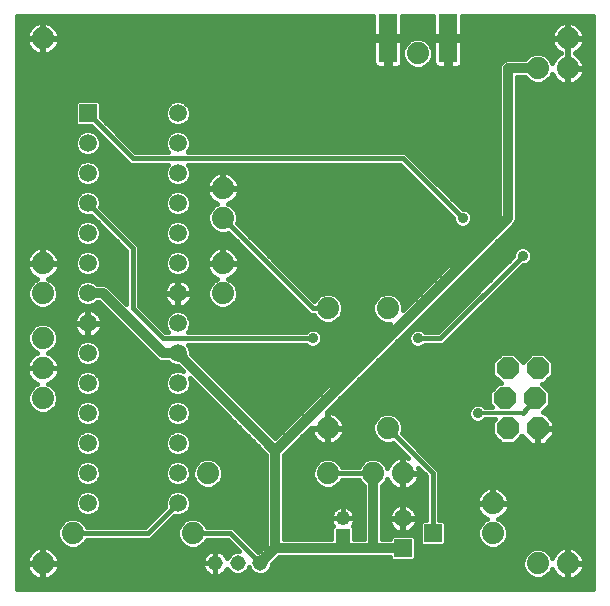
<source format=gbl>
G75*
G70*
%OFA0B0*%
%FSLAX24Y24*%
%IPPOS*%
%LPD*%
%AMOC8*
5,1,8,0,0,1.08239X$1,22.5*
%
%ADD10C,0.0515*%
%ADD11OC8,0.0740*%
%ADD12R,0.0600X0.1600*%
%ADD13C,0.0740*%
%ADD14R,0.0590X0.0590*%
%ADD15C,0.0590*%
%ADD16R,0.0480X0.0480*%
%ADD17C,0.0480*%
%ADD18C,0.0320*%
%ADD19C,0.0160*%
%ADD20C,0.0356*%
%ADD21C,0.0120*%
D10*
X007430Y002180D03*
X008180Y002180D03*
X008930Y002180D03*
D11*
X017080Y007680D03*
X017180Y006680D03*
X018080Y007680D03*
X018180Y006680D03*
X018180Y008680D03*
X017180Y008680D03*
D12*
X015180Y019680D03*
X013180Y019680D03*
D13*
X014180Y019180D03*
X018180Y018680D03*
X019180Y018680D03*
X019180Y019680D03*
X013180Y010680D03*
X011180Y010680D03*
X007680Y011180D03*
X007680Y012180D03*
X007680Y013680D03*
X007680Y014680D03*
X001680Y012180D03*
X001680Y011180D03*
X001680Y009680D03*
X001680Y008680D03*
X001680Y007680D03*
X002680Y003180D03*
X001680Y002180D03*
X006680Y003180D03*
X007180Y005180D03*
X011180Y005180D03*
X011180Y006680D03*
X012680Y005180D03*
X013680Y005180D03*
X013180Y006680D03*
X016680Y004180D03*
X016680Y003180D03*
X018180Y002180D03*
X019180Y002180D03*
X001680Y019680D03*
D14*
X003180Y017180D03*
X014680Y003180D03*
X013680Y002680D03*
D15*
X013680Y003680D03*
X006180Y004180D03*
X006180Y005180D03*
X006180Y006180D03*
X006180Y007180D03*
X006180Y008180D03*
X006180Y009180D03*
X006180Y010180D03*
X006180Y011180D03*
X006180Y012180D03*
X006180Y013180D03*
X006180Y014180D03*
X006180Y015180D03*
X006180Y016180D03*
X006180Y017180D03*
X003180Y016180D03*
X003180Y015180D03*
X003180Y014180D03*
X003180Y013180D03*
X003180Y012180D03*
X003180Y011180D03*
X003180Y010180D03*
X003180Y009180D03*
X003180Y008180D03*
X003180Y007180D03*
X003180Y006180D03*
X003180Y005180D03*
X003180Y004180D03*
D16*
X011680Y003090D03*
D17*
X011680Y003680D03*
D18*
X011680Y003090D02*
X011680Y002680D01*
X012680Y002680D01*
X012680Y005180D01*
X012680Y002680D02*
X013680Y002680D01*
X011680Y002680D02*
X009430Y002680D01*
X008930Y002180D01*
X009430Y002680D02*
X009430Y005930D01*
X017180Y013680D01*
X017180Y018680D01*
X018180Y018680D01*
X006180Y009180D02*
X009430Y005930D01*
X006180Y009180D02*
X005680Y009180D01*
X003680Y011180D01*
X003180Y011180D01*
D19*
X000820Y020410D02*
X000820Y001320D01*
X020032Y001320D01*
X020032Y020410D01*
X015660Y020410D01*
X015660Y019750D01*
X015250Y019750D01*
X015250Y019610D01*
X015660Y019610D01*
X015660Y018856D01*
X015648Y018811D01*
X015624Y018769D01*
X015591Y018736D01*
X015549Y018712D01*
X015504Y018700D01*
X015250Y018700D01*
X015250Y019610D01*
X015110Y019610D01*
X014700Y019610D01*
X014700Y018856D01*
X014712Y018811D01*
X014736Y018769D01*
X014769Y018736D01*
X014811Y018712D01*
X014856Y018700D01*
X015110Y018700D01*
X015110Y019610D01*
X015110Y019750D01*
X014700Y019750D01*
X014700Y020410D01*
X013660Y020410D01*
X013660Y019750D01*
X013250Y019750D01*
X013250Y019610D01*
X013660Y019610D01*
X013660Y018856D01*
X013648Y018811D01*
X013624Y018769D01*
X013591Y018736D01*
X013549Y018712D01*
X013504Y018700D01*
X013250Y018700D01*
X013250Y019610D01*
X013110Y019610D01*
X013110Y018700D01*
X012856Y018700D01*
X012811Y018712D01*
X012769Y018736D01*
X012736Y018769D01*
X012712Y018811D01*
X012700Y018856D01*
X012700Y019610D01*
X013110Y019610D01*
X013110Y019750D01*
X012700Y019750D01*
X012700Y020410D01*
X000820Y020410D01*
X000820Y020359D02*
X012700Y020359D01*
X012700Y020200D02*
X001859Y020200D01*
X001891Y020190D02*
X001809Y020216D01*
X001723Y020230D01*
X001700Y020230D01*
X001700Y019700D01*
X001660Y019700D01*
X001660Y020230D01*
X001637Y020230D01*
X001551Y020216D01*
X001469Y020190D01*
X001392Y020150D01*
X001322Y020100D01*
X001260Y020038D01*
X001210Y019968D01*
X001170Y019891D01*
X001144Y019809D01*
X001130Y019723D01*
X001130Y019700D01*
X001660Y019700D01*
X001660Y019660D01*
X001130Y019660D01*
X001130Y019637D01*
X001144Y019551D01*
X001170Y019469D01*
X001210Y019392D01*
X001260Y019322D01*
X001322Y019260D01*
X001392Y019210D01*
X001469Y019170D01*
X001551Y019144D01*
X001637Y019130D01*
X001660Y019130D01*
X001660Y019660D01*
X001700Y019660D01*
X001700Y019700D01*
X002230Y019700D01*
X002230Y019723D01*
X002216Y019809D01*
X002190Y019891D01*
X002150Y019968D01*
X002100Y020038D01*
X002038Y020100D01*
X001968Y020150D01*
X001891Y020190D01*
X001700Y020200D02*
X001660Y020200D01*
X001660Y020042D02*
X001700Y020042D01*
X001700Y019883D02*
X001660Y019883D01*
X001660Y019725D02*
X001700Y019725D01*
X001700Y019660D02*
X002230Y019660D01*
X002230Y019637D01*
X002216Y019551D01*
X002190Y019469D01*
X002150Y019392D01*
X002100Y019322D01*
X002038Y019260D01*
X001968Y019210D01*
X001891Y019170D01*
X001809Y019144D01*
X001723Y019130D01*
X001700Y019130D01*
X001700Y019660D01*
X001700Y019566D02*
X001660Y019566D01*
X001660Y019408D02*
X001700Y019408D01*
X001700Y019249D02*
X001660Y019249D01*
X001337Y019249D02*
X000820Y019249D01*
X000820Y019091D02*
X012700Y019091D01*
X012700Y019249D02*
X002023Y019249D01*
X002158Y019408D02*
X012700Y019408D01*
X012700Y019566D02*
X002219Y019566D01*
X002230Y019725D02*
X013110Y019725D01*
X013250Y019725D02*
X015110Y019725D01*
X015250Y019725D02*
X018630Y019725D01*
X018630Y019723D02*
X018630Y019700D01*
X019160Y019700D01*
X019160Y020230D01*
X019137Y020230D01*
X019051Y020216D01*
X018969Y020190D01*
X018892Y020150D01*
X018822Y020100D01*
X018760Y020038D01*
X018710Y019968D01*
X018670Y019891D01*
X018644Y019809D01*
X018630Y019723D01*
X018630Y019660D02*
X018630Y019637D01*
X018644Y019551D01*
X018670Y019469D01*
X018710Y019392D01*
X018760Y019322D01*
X018822Y019260D01*
X018892Y019210D01*
X018950Y019180D01*
X018892Y019150D01*
X018822Y019100D01*
X018760Y019038D01*
X018710Y018968D01*
X018670Y018891D01*
X018659Y018856D01*
X018612Y018969D01*
X018469Y019112D01*
X018281Y019190D01*
X018079Y019190D01*
X017891Y019112D01*
X017759Y018980D01*
X017120Y018980D01*
X017010Y018934D01*
X016926Y018850D01*
X016880Y018740D01*
X016880Y013804D01*
X013690Y010614D01*
X013690Y010781D01*
X013612Y010969D01*
X013469Y011112D01*
X013281Y011190D01*
X013079Y011190D01*
X012891Y011112D01*
X012748Y010969D01*
X012670Y010781D01*
X012670Y010579D01*
X012748Y010391D01*
X012891Y010248D01*
X013079Y010170D01*
X013246Y010170D01*
X009430Y006354D01*
X006615Y009169D01*
X006615Y009267D01*
X006549Y009426D01*
X006515Y009460D01*
X010450Y009460D01*
X010500Y009410D01*
X010617Y009362D01*
X010743Y009362D01*
X010860Y009410D01*
X010950Y009500D01*
X010998Y009617D01*
X010998Y009743D01*
X010950Y009860D01*
X010860Y009950D01*
X010743Y009998D01*
X010617Y009998D01*
X010500Y009950D01*
X010450Y009900D01*
X006515Y009900D01*
X006549Y009934D01*
X006615Y010093D01*
X006615Y010267D01*
X006549Y010426D01*
X006426Y010549D01*
X006267Y010615D01*
X006093Y010615D01*
X005934Y010549D01*
X005811Y010426D01*
X005745Y010267D01*
X005745Y010093D01*
X005811Y009934D01*
X005845Y009900D01*
X005771Y009900D01*
X004900Y010771D01*
X004900Y012771D01*
X003604Y014067D01*
X003615Y014093D01*
X003615Y014267D01*
X003549Y014426D01*
X003426Y014549D01*
X003267Y014615D01*
X003093Y014615D01*
X002934Y014549D01*
X002811Y014426D01*
X002745Y014267D01*
X002745Y014093D01*
X002811Y013934D01*
X002934Y013811D01*
X003093Y013745D01*
X003267Y013745D01*
X003293Y013756D01*
X004460Y012589D01*
X004460Y010824D01*
X003850Y011434D01*
X003740Y011480D01*
X003495Y011480D01*
X003426Y011549D01*
X003267Y011615D01*
X003093Y011615D01*
X002934Y011549D01*
X002811Y011426D01*
X002745Y011267D01*
X002745Y011093D01*
X002811Y010934D01*
X002934Y010811D01*
X003093Y010745D01*
X003267Y010745D01*
X003426Y010811D01*
X003495Y010880D01*
X003556Y010880D01*
X005426Y009010D01*
X005510Y008926D01*
X005620Y008880D01*
X005865Y008880D01*
X005934Y008811D01*
X006093Y008745D01*
X006191Y008745D01*
X006359Y008577D01*
X006267Y008615D01*
X006093Y008615D01*
X005934Y008549D01*
X005811Y008426D01*
X005745Y008267D01*
X005745Y008093D01*
X005811Y007934D01*
X005934Y007811D01*
X006093Y007745D01*
X006267Y007745D01*
X006426Y007811D01*
X006549Y007934D01*
X006615Y008093D01*
X006615Y008267D01*
X006577Y008359D01*
X009130Y005806D01*
X009130Y002804D01*
X008903Y002577D01*
X008851Y002577D01*
X008846Y002575D01*
X008021Y003400D01*
X007141Y003400D01*
X007112Y003469D01*
X006969Y003612D01*
X006781Y003690D01*
X006579Y003690D01*
X006391Y003612D01*
X006248Y003469D01*
X006170Y003281D01*
X006170Y003079D01*
X006248Y002891D01*
X006391Y002748D01*
X006579Y002670D01*
X006781Y002670D01*
X006969Y002748D01*
X007112Y002891D01*
X007141Y002960D01*
X007839Y002960D01*
X008221Y002577D01*
X008101Y002577D01*
X007955Y002517D01*
X007843Y002405D01*
X007827Y002365D01*
X007804Y002409D01*
X007764Y002465D01*
X007715Y002514D01*
X007659Y002554D01*
X007598Y002585D01*
X007532Y002607D01*
X007464Y002617D01*
X007430Y002617D01*
X007396Y002617D01*
X007328Y002607D01*
X007262Y002585D01*
X007201Y002554D01*
X007145Y002514D01*
X007096Y002465D01*
X007056Y002409D01*
X007025Y002348D01*
X007003Y002282D01*
X006993Y002214D01*
X006993Y002180D01*
X006993Y002146D01*
X007003Y002078D01*
X007025Y002012D01*
X007056Y001951D01*
X007096Y001895D01*
X007145Y001846D01*
X007201Y001806D01*
X007262Y001775D01*
X007328Y001753D01*
X007396Y001743D01*
X007430Y001743D01*
X007464Y001743D01*
X007532Y001753D01*
X007598Y001775D01*
X007659Y001806D01*
X007715Y001846D01*
X007764Y001895D01*
X007804Y001951D01*
X007827Y001995D01*
X007843Y001955D01*
X007955Y001843D01*
X008101Y001783D01*
X008259Y001783D01*
X008405Y001843D01*
X008517Y001955D01*
X008555Y002047D01*
X008593Y001955D01*
X008705Y001843D01*
X008851Y001783D01*
X009009Y001783D01*
X009155Y001843D01*
X009267Y001955D01*
X009327Y002101D01*
X009327Y002153D01*
X009554Y002380D01*
X013245Y002380D01*
X013245Y002327D01*
X013327Y002245D01*
X014033Y002245D01*
X014115Y002327D01*
X014115Y003033D01*
X014033Y003115D01*
X013327Y003115D01*
X013245Y003033D01*
X013245Y002980D01*
X012980Y002980D01*
X012980Y004759D01*
X013112Y004891D01*
X013159Y005004D01*
X013170Y004969D01*
X013210Y004892D01*
X013260Y004822D01*
X013322Y004760D01*
X013392Y004710D01*
X013469Y004670D01*
X013551Y004644D01*
X013637Y004630D01*
X013660Y004630D01*
X013660Y005160D01*
X013700Y005160D01*
X013700Y005200D01*
X013660Y005200D01*
X013660Y005730D01*
X013637Y005730D01*
X013551Y005716D01*
X013469Y005690D01*
X013392Y005650D01*
X013322Y005600D01*
X013260Y005538D01*
X013210Y005468D01*
X013170Y005391D01*
X013159Y005356D01*
X013112Y005469D01*
X012969Y005612D01*
X012781Y005690D01*
X012579Y005690D01*
X012391Y005612D01*
X012248Y005469D01*
X012219Y005400D01*
X011641Y005400D01*
X011612Y005469D01*
X011469Y005612D01*
X011281Y005690D01*
X011079Y005690D01*
X010891Y005612D01*
X010748Y005469D01*
X010670Y005281D01*
X010670Y005079D01*
X010748Y004891D01*
X010891Y004748D01*
X011079Y004670D01*
X011281Y004670D01*
X011469Y004748D01*
X011612Y004891D01*
X011641Y004960D01*
X012219Y004960D01*
X012248Y004891D01*
X012380Y004759D01*
X012380Y002980D01*
X012060Y002980D01*
X012060Y003388D01*
X012018Y003430D01*
X012039Y003460D01*
X012069Y003519D01*
X012090Y003582D01*
X012100Y003647D01*
X012100Y003680D01*
X012100Y003713D01*
X012090Y003778D01*
X012069Y003841D01*
X012039Y003900D01*
X012000Y003954D01*
X011954Y004000D01*
X011900Y004039D01*
X011841Y004069D01*
X011778Y004090D01*
X011713Y004100D01*
X011680Y004100D01*
X011680Y003680D01*
X011680Y003680D01*
X012100Y003680D01*
X011680Y003680D01*
X011680Y003680D01*
X011680Y003680D01*
X011260Y003680D01*
X011260Y003713D01*
X011270Y003778D01*
X011291Y003841D01*
X011321Y003900D01*
X011360Y003954D01*
X011406Y004000D01*
X011460Y004039D01*
X011519Y004069D01*
X011582Y004090D01*
X011647Y004100D01*
X011680Y004100D01*
X011680Y003680D01*
X011260Y003680D01*
X011260Y003647D01*
X011270Y003582D01*
X011291Y003519D01*
X011321Y003460D01*
X011342Y003430D01*
X011300Y003388D01*
X011300Y002980D01*
X009730Y002980D01*
X009730Y005806D01*
X010630Y006706D01*
X010630Y006689D01*
X011171Y006689D01*
X011171Y007230D01*
X011154Y007230D01*
X017350Y013426D01*
X017434Y013510D01*
X017480Y013620D01*
X017480Y018380D01*
X017759Y018380D01*
X017891Y018248D01*
X018079Y018170D01*
X018281Y018170D01*
X018469Y018248D01*
X018612Y018391D01*
X018659Y018504D01*
X018670Y018469D01*
X018710Y018392D01*
X018760Y018322D01*
X018822Y018260D01*
X018892Y018210D01*
X018969Y018170D01*
X019051Y018144D01*
X019137Y018130D01*
X019160Y018130D01*
X019160Y018660D01*
X019200Y018660D01*
X019200Y018700D01*
X019730Y018700D01*
X019730Y018723D01*
X019716Y018809D01*
X019690Y018891D01*
X019650Y018968D01*
X019600Y019038D01*
X019538Y019100D01*
X019468Y019150D01*
X019410Y019180D01*
X019468Y019210D01*
X019538Y019260D01*
X019600Y019322D01*
X019650Y019392D01*
X019690Y019469D01*
X019716Y019551D01*
X019730Y019637D01*
X019730Y019660D01*
X019200Y019660D01*
X019200Y019700D01*
X019160Y019700D01*
X019160Y019660D01*
X018630Y019660D01*
X018641Y019566D02*
X015660Y019566D01*
X015660Y019408D02*
X018702Y019408D01*
X018837Y019249D02*
X015660Y019249D01*
X015660Y019091D02*
X017869Y019091D01*
X018491Y019091D02*
X018813Y019091D01*
X018691Y018932D02*
X018628Y018932D01*
X018639Y018457D02*
X018677Y018457D01*
X018784Y018298D02*
X018519Y018298D01*
X019077Y018140D02*
X017480Y018140D01*
X017480Y018298D02*
X017841Y018298D01*
X017480Y017981D02*
X020032Y017981D01*
X020032Y017823D02*
X017480Y017823D01*
X017480Y017664D02*
X020032Y017664D01*
X020032Y017506D02*
X017480Y017506D01*
X017480Y017347D02*
X020032Y017347D01*
X020032Y017189D02*
X017480Y017189D01*
X017480Y017030D02*
X020032Y017030D01*
X020032Y016872D02*
X017480Y016872D01*
X017480Y016713D02*
X020032Y016713D01*
X020032Y016555D02*
X017480Y016555D01*
X017480Y016396D02*
X020032Y016396D01*
X020032Y016238D02*
X017480Y016238D01*
X017480Y016079D02*
X020032Y016079D01*
X020032Y015921D02*
X017480Y015921D01*
X017480Y015762D02*
X020032Y015762D01*
X020032Y015604D02*
X017480Y015604D01*
X017480Y015445D02*
X020032Y015445D01*
X020032Y015287D02*
X017480Y015287D01*
X017480Y015128D02*
X020032Y015128D01*
X020032Y014970D02*
X017480Y014970D01*
X017480Y014811D02*
X020032Y014811D01*
X020032Y014653D02*
X017480Y014653D01*
X017480Y014494D02*
X020032Y014494D01*
X020032Y014336D02*
X017480Y014336D01*
X017480Y014177D02*
X020032Y014177D01*
X020032Y014019D02*
X017480Y014019D01*
X017480Y013860D02*
X020032Y013860D01*
X020032Y013702D02*
X017480Y013702D01*
X017448Y013543D02*
X020032Y013543D01*
X020032Y013385D02*
X017309Y013385D01*
X017150Y013226D02*
X020032Y013226D01*
X020032Y013068D02*
X016992Y013068D01*
X016833Y012909D02*
X020032Y012909D01*
X020032Y012751D02*
X016675Y012751D01*
X016516Y012592D02*
X017403Y012592D01*
X017410Y012610D02*
X017362Y012493D01*
X017362Y012423D01*
X014839Y009900D01*
X014410Y009900D01*
X014360Y009950D01*
X014243Y009998D01*
X014117Y009998D01*
X014000Y009950D01*
X013910Y009860D01*
X013862Y009743D01*
X013862Y009617D01*
X013910Y009500D01*
X014000Y009410D01*
X014117Y009362D01*
X014243Y009362D01*
X014360Y009410D01*
X014410Y009460D01*
X015021Y009460D01*
X015150Y009589D01*
X017673Y012112D01*
X017743Y012112D01*
X017860Y012160D01*
X017950Y012250D01*
X017998Y012367D01*
X017998Y012493D01*
X017950Y012610D01*
X017860Y012700D01*
X017743Y012748D01*
X017617Y012748D01*
X017500Y012700D01*
X017410Y012610D01*
X017362Y012434D02*
X016358Y012434D01*
X016199Y012275D02*
X017214Y012275D01*
X017055Y012117D02*
X016041Y012117D01*
X015882Y011958D02*
X016897Y011958D01*
X016738Y011800D02*
X015724Y011800D01*
X015565Y011641D02*
X016580Y011641D01*
X016421Y011483D02*
X015407Y011483D01*
X015248Y011324D02*
X016263Y011324D01*
X016104Y011166D02*
X015090Y011166D01*
X014931Y011007D02*
X015946Y011007D01*
X015787Y010849D02*
X014773Y010849D01*
X014614Y010690D02*
X015629Y010690D01*
X015470Y010532D02*
X014456Y010532D01*
X014297Y010373D02*
X015312Y010373D01*
X015153Y010215D02*
X014139Y010215D01*
X013980Y010056D02*
X014995Y010056D01*
X014930Y009680D02*
X014180Y009680D01*
X013948Y009898D02*
X013822Y009898D01*
X013862Y009739D02*
X013663Y009739D01*
X013505Y009581D02*
X013877Y009581D01*
X013988Y009422D02*
X013346Y009422D01*
X013188Y009264D02*
X020032Y009264D01*
X020032Y009422D02*
X014372Y009422D01*
X014930Y009680D02*
X017680Y012430D01*
X017998Y012434D02*
X020032Y012434D01*
X020032Y012592D02*
X017957Y012592D01*
X017960Y012275D02*
X020032Y012275D01*
X020032Y012117D02*
X017754Y012117D01*
X017519Y011958D02*
X020032Y011958D01*
X020032Y011800D02*
X017361Y011800D01*
X017202Y011641D02*
X020032Y011641D01*
X020032Y011483D02*
X017044Y011483D01*
X016885Y011324D02*
X020032Y011324D01*
X020032Y011166D02*
X016727Y011166D01*
X016568Y011007D02*
X020032Y011007D01*
X020032Y010849D02*
X016410Y010849D01*
X016251Y010690D02*
X020032Y010690D01*
X020032Y010532D02*
X016093Y010532D01*
X015934Y010373D02*
X020032Y010373D01*
X020032Y010215D02*
X015776Y010215D01*
X015617Y010056D02*
X020032Y010056D01*
X020032Y009898D02*
X015459Y009898D01*
X015300Y009739D02*
X020032Y009739D01*
X020032Y009581D02*
X015142Y009581D01*
X013924Y010849D02*
X013662Y010849D01*
X013690Y010690D02*
X013766Y010690D01*
X013574Y011007D02*
X014083Y011007D01*
X014241Y011166D02*
X013341Y011166D01*
X013019Y011166D02*
X011341Y011166D01*
X011281Y011190D02*
X011469Y011112D01*
X011612Y010969D01*
X011690Y010781D01*
X011690Y010579D01*
X011612Y010391D01*
X011469Y010248D01*
X011281Y010170D01*
X011079Y010170D01*
X010891Y010248D01*
X010748Y010391D01*
X010719Y010460D01*
X010589Y010460D01*
X010460Y010589D01*
X010460Y010589D01*
X007850Y013199D01*
X007781Y013170D01*
X007579Y013170D01*
X007391Y013248D01*
X007248Y013391D01*
X007170Y013579D01*
X007170Y013781D01*
X007248Y013969D01*
X007391Y014112D01*
X007504Y014159D01*
X007469Y014170D01*
X007392Y014210D01*
X007322Y014260D01*
X007260Y014322D01*
X007210Y014392D01*
X007170Y014469D01*
X007144Y014551D01*
X007130Y014637D01*
X007130Y014660D01*
X007660Y014660D01*
X007660Y014700D01*
X007660Y015230D01*
X007637Y015230D01*
X007551Y015216D01*
X007469Y015190D01*
X007392Y015150D01*
X007322Y015100D01*
X007260Y015038D01*
X007210Y014968D01*
X007170Y014891D01*
X007144Y014809D01*
X007130Y014723D01*
X007130Y014700D01*
X007660Y014700D01*
X007700Y014700D01*
X007700Y015230D01*
X007723Y015230D01*
X007809Y015216D01*
X007891Y015190D01*
X007968Y015150D01*
X008038Y015100D01*
X008100Y015038D01*
X008150Y014968D01*
X008190Y014891D01*
X008216Y014809D01*
X008230Y014723D01*
X008230Y014700D01*
X007700Y014700D01*
X007700Y014660D01*
X008230Y014660D01*
X008230Y014637D01*
X008216Y014551D01*
X008190Y014469D01*
X008150Y014392D01*
X008100Y014322D01*
X008038Y014260D01*
X007968Y014210D01*
X007891Y014170D01*
X007856Y014159D01*
X007969Y014112D01*
X008112Y013969D01*
X008190Y013781D01*
X008190Y013579D01*
X008161Y013510D01*
X010734Y010937D01*
X010748Y010969D01*
X010891Y011112D01*
X011079Y011190D01*
X011281Y011190D01*
X011019Y011166D02*
X010506Y011166D01*
X010347Y011324D02*
X014400Y011324D01*
X014558Y011483D02*
X010189Y011483D01*
X010030Y011641D02*
X014717Y011641D01*
X014875Y011800D02*
X009872Y011800D01*
X009713Y011958D02*
X015034Y011958D01*
X015192Y012117D02*
X009555Y012117D01*
X009396Y012275D02*
X015351Y012275D01*
X015509Y012434D02*
X009238Y012434D01*
X009079Y012592D02*
X015668Y012592D01*
X015826Y012751D02*
X008921Y012751D01*
X008762Y012909D02*
X015985Y012909D01*
X016143Y013068D02*
X008604Y013068D01*
X008445Y013226D02*
X016302Y013226D01*
X016460Y013385D02*
X015798Y013385D01*
X015743Y013362D02*
X015860Y013410D01*
X015950Y013500D01*
X015998Y013617D01*
X015998Y013743D01*
X015950Y013860D01*
X016880Y013860D01*
X016880Y014019D02*
X015653Y014019D01*
X015673Y013998D02*
X013900Y015771D01*
X013771Y015900D01*
X006515Y015900D01*
X006549Y015934D01*
X006615Y016093D01*
X006615Y016267D01*
X006549Y016426D01*
X006426Y016549D01*
X006267Y016615D01*
X006093Y016615D01*
X005934Y016549D01*
X005811Y016426D01*
X005745Y016267D01*
X005745Y016093D01*
X005811Y015934D01*
X005845Y015900D01*
X004771Y015900D01*
X003615Y017056D01*
X003615Y017533D01*
X003533Y017615D01*
X002827Y017615D01*
X002745Y017533D01*
X002745Y016827D01*
X002827Y016745D01*
X003304Y016745D01*
X004589Y015460D01*
X005845Y015460D01*
X005811Y015426D01*
X005745Y015267D01*
X005745Y015093D01*
X005811Y014934D01*
X005934Y014811D01*
X003426Y014811D01*
X003549Y014934D01*
X003615Y015093D01*
X003615Y015267D01*
X003549Y015426D01*
X003426Y015549D01*
X003267Y015615D01*
X003093Y015615D01*
X002934Y015549D01*
X002811Y015426D01*
X002745Y015267D01*
X002745Y015093D01*
X002811Y014934D01*
X002934Y014811D01*
X000820Y014811D01*
X000820Y014653D02*
X007130Y014653D01*
X007144Y014811D02*
X006426Y014811D01*
X006549Y014934D01*
X006615Y015093D01*
X006615Y015267D01*
X006549Y015426D01*
X006515Y015460D01*
X013589Y015460D01*
X015362Y013687D01*
X015362Y013617D01*
X015410Y013500D01*
X015500Y013410D01*
X015617Y013362D01*
X015743Y013362D01*
X015562Y013385D02*
X008287Y013385D01*
X008175Y013543D02*
X015392Y013543D01*
X015347Y013702D02*
X008190Y013702D01*
X008157Y013860D02*
X015189Y013860D01*
X015030Y014019D02*
X008063Y014019D01*
X007904Y014177D02*
X014872Y014177D01*
X014713Y014336D02*
X008110Y014336D01*
X008198Y014494D02*
X014555Y014494D01*
X014396Y014653D02*
X008230Y014653D01*
X008216Y014811D02*
X014238Y014811D01*
X014079Y014970D02*
X008149Y014970D01*
X007999Y015128D02*
X013921Y015128D01*
X013762Y015287D02*
X006607Y015287D01*
X006615Y015128D02*
X007361Y015128D01*
X007211Y014970D02*
X006564Y014970D01*
X006426Y014811D02*
X006267Y014745D01*
X006093Y014745D01*
X005934Y014811D01*
X005796Y014970D02*
X003564Y014970D01*
X003615Y015128D02*
X005745Y015128D01*
X005753Y015287D02*
X003607Y015287D01*
X003530Y015445D02*
X005830Y015445D01*
X005824Y015921D02*
X004751Y015921D01*
X004592Y016079D02*
X005751Y016079D01*
X005745Y016238D02*
X004434Y016238D01*
X004275Y016396D02*
X005799Y016396D01*
X005947Y016555D02*
X004117Y016555D01*
X003958Y016713D02*
X016880Y016713D01*
X016880Y016555D02*
X006413Y016555D01*
X006561Y016396D02*
X016880Y016396D01*
X016880Y016238D02*
X006615Y016238D01*
X006609Y016079D02*
X016880Y016079D01*
X016880Y015921D02*
X006536Y015921D01*
X006530Y015445D02*
X013604Y015445D01*
X013680Y015680D02*
X004680Y015680D01*
X003180Y017180D01*
X003615Y017189D02*
X005745Y017189D01*
X005745Y017267D02*
X005745Y017093D01*
X005811Y016934D01*
X005934Y016811D01*
X006093Y016745D01*
X006267Y016745D01*
X006426Y016811D01*
X006549Y016934D01*
X006615Y017093D01*
X006615Y017267D01*
X006549Y017426D01*
X006426Y017549D01*
X006267Y017615D01*
X006093Y017615D01*
X005934Y017549D01*
X005811Y017426D01*
X005745Y017267D01*
X005778Y017347D02*
X003615Y017347D01*
X003615Y017506D02*
X005890Y017506D01*
X005771Y017030D02*
X003641Y017030D01*
X003800Y016872D02*
X005873Y016872D01*
X006487Y016872D02*
X016880Y016872D01*
X016880Y017030D02*
X006589Y017030D01*
X006615Y017189D02*
X016880Y017189D01*
X016880Y017347D02*
X006582Y017347D01*
X006470Y017506D02*
X016880Y017506D01*
X016880Y017664D02*
X000820Y017664D01*
X000820Y017506D02*
X002745Y017506D01*
X002745Y017347D02*
X000820Y017347D01*
X000820Y017189D02*
X002745Y017189D01*
X002745Y017030D02*
X000820Y017030D01*
X000820Y016872D02*
X002745Y016872D01*
X002934Y016549D02*
X002811Y016426D01*
X002745Y016267D01*
X002745Y016093D01*
X002811Y015934D01*
X002934Y015811D01*
X003093Y015745D01*
X003267Y015745D01*
X003426Y015811D01*
X003549Y015934D01*
X003615Y016093D01*
X003615Y016267D01*
X003549Y016426D01*
X003426Y016549D01*
X003267Y016615D01*
X003093Y016615D01*
X002934Y016549D01*
X002947Y016555D02*
X000820Y016555D01*
X000820Y016713D02*
X003336Y016713D01*
X003413Y016555D02*
X003494Y016555D01*
X003561Y016396D02*
X003653Y016396D01*
X003615Y016238D02*
X003811Y016238D01*
X003970Y016079D02*
X003609Y016079D01*
X003536Y015921D02*
X004128Y015921D01*
X004287Y015762D02*
X003308Y015762D01*
X003294Y015604D02*
X004445Y015604D01*
X003426Y014811D02*
X003267Y014745D01*
X003093Y014745D01*
X002934Y014811D01*
X002796Y014970D02*
X000820Y014970D01*
X000820Y015128D02*
X002745Y015128D01*
X002753Y015287D02*
X000820Y015287D01*
X000820Y015445D02*
X002830Y015445D01*
X003066Y015604D02*
X000820Y015604D01*
X000820Y015762D02*
X003052Y015762D01*
X002824Y015921D02*
X000820Y015921D01*
X000820Y016079D02*
X002751Y016079D01*
X002745Y016238D02*
X000820Y016238D01*
X000820Y016396D02*
X002799Y016396D01*
X002879Y014494D02*
X000820Y014494D01*
X000820Y014336D02*
X002774Y014336D01*
X002745Y014177D02*
X000820Y014177D01*
X000820Y014019D02*
X002776Y014019D01*
X002885Y013860D02*
X000820Y013860D01*
X000820Y013702D02*
X003347Y013702D01*
X003267Y013615D02*
X003093Y013615D01*
X002934Y013549D01*
X002811Y013426D01*
X002745Y013267D01*
X002745Y013093D01*
X002811Y012934D01*
X002934Y012811D01*
X003093Y012745D01*
X003267Y012745D01*
X003426Y012811D01*
X003549Y012934D01*
X003615Y013093D01*
X003615Y013267D01*
X003549Y013426D01*
X003426Y013549D01*
X003267Y013615D01*
X003432Y013543D02*
X003506Y013543D01*
X003566Y013385D02*
X003664Y013385D01*
X003615Y013226D02*
X003823Y013226D01*
X003981Y013068D02*
X003604Y013068D01*
X003524Y012909D02*
X004140Y012909D01*
X004298Y012751D02*
X003280Y012751D01*
X003267Y012615D02*
X003093Y012615D01*
X002934Y012549D01*
X002811Y012426D01*
X002745Y012267D01*
X002745Y012093D01*
X002811Y011934D01*
X002934Y011811D01*
X003093Y011745D01*
X003267Y011745D01*
X003426Y011811D01*
X003549Y011934D01*
X003615Y012093D01*
X003615Y012267D01*
X003549Y012426D01*
X003426Y012549D01*
X003267Y012615D01*
X003322Y012592D02*
X004457Y012592D01*
X004460Y012434D02*
X003542Y012434D01*
X003611Y012275D02*
X004460Y012275D01*
X004460Y012117D02*
X003615Y012117D01*
X003559Y011958D02*
X004460Y011958D01*
X004460Y011800D02*
X003398Y011800D01*
X003493Y011483D02*
X004460Y011483D01*
X004460Y011641D02*
X001900Y011641D01*
X001891Y011670D02*
X001968Y011710D01*
X002038Y011760D01*
X002100Y011822D01*
X002150Y011892D01*
X002190Y011969D01*
X002216Y012051D01*
X002230Y012137D01*
X002230Y012160D01*
X001700Y012160D01*
X001700Y012200D01*
X002230Y012200D01*
X002230Y012223D01*
X002216Y012309D01*
X002190Y012391D01*
X002150Y012468D01*
X002100Y012538D01*
X002038Y012600D01*
X001968Y012650D01*
X001891Y012690D01*
X001809Y012716D01*
X001723Y012730D01*
X001700Y012730D01*
X001700Y012200D01*
X001660Y012200D01*
X001660Y012730D01*
X001637Y012730D01*
X001551Y012716D01*
X001469Y012690D01*
X001392Y012650D01*
X001322Y012600D01*
X001260Y012538D01*
X001210Y012468D01*
X001170Y012391D01*
X001144Y012309D01*
X001130Y012223D01*
X001130Y012200D01*
X001660Y012200D01*
X001660Y012160D01*
X001130Y012160D01*
X001130Y012137D01*
X001144Y012051D01*
X001170Y011969D01*
X001210Y011892D01*
X001260Y011822D01*
X001322Y011760D01*
X001392Y011710D01*
X001469Y011670D01*
X001504Y011659D01*
X001391Y011612D01*
X001248Y011469D01*
X001170Y011281D01*
X001170Y011079D01*
X001248Y010891D01*
X001391Y010748D01*
X001579Y010670D01*
X001781Y010670D01*
X001969Y010748D01*
X002112Y010891D01*
X002190Y011079D01*
X002190Y011281D01*
X002112Y011469D01*
X001969Y011612D01*
X001856Y011659D01*
X001891Y011670D01*
X002077Y011800D02*
X002962Y011800D01*
X002801Y011958D02*
X002184Y011958D01*
X002227Y012117D02*
X002745Y012117D01*
X002749Y012275D02*
X002222Y012275D01*
X002168Y012434D02*
X002818Y012434D01*
X003038Y012592D02*
X002046Y012592D01*
X001700Y012592D02*
X001660Y012592D01*
X001660Y012434D02*
X001700Y012434D01*
X001700Y012275D02*
X001660Y012275D01*
X001314Y012592D02*
X000820Y012592D01*
X000820Y012434D02*
X001192Y012434D01*
X001138Y012275D02*
X000820Y012275D01*
X000820Y012117D02*
X001133Y012117D01*
X001176Y011958D02*
X000820Y011958D01*
X000820Y011800D02*
X001283Y011800D01*
X001460Y011641D02*
X000820Y011641D01*
X000820Y011483D02*
X001261Y011483D01*
X001188Y011324D02*
X000820Y011324D01*
X000820Y011166D02*
X001170Y011166D01*
X001200Y011007D02*
X000820Y011007D01*
X000820Y010849D02*
X001290Y010849D01*
X001530Y010690D02*
X000820Y010690D01*
X000820Y010532D02*
X002860Y010532D01*
X002871Y010542D02*
X002818Y010489D01*
X002774Y010429D01*
X002740Y010362D01*
X002717Y010291D01*
X002705Y010217D01*
X002705Y010198D01*
X003162Y010198D01*
X003162Y010655D01*
X003143Y010655D01*
X003069Y010643D01*
X002998Y010620D01*
X002931Y010586D01*
X002871Y010542D01*
X002745Y010373D02*
X000820Y010373D01*
X000820Y010215D02*
X002705Y010215D01*
X002705Y010162D02*
X002705Y010143D01*
X002717Y010069D01*
X002740Y009998D01*
X002774Y009931D01*
X002818Y009871D01*
X002871Y009818D01*
X002931Y009774D01*
X002998Y009740D01*
X003069Y009717D01*
X003143Y009705D01*
X003162Y009705D01*
X003162Y010162D01*
X003198Y010162D01*
X003198Y010198D01*
X003655Y010198D01*
X003655Y010217D01*
X003643Y010291D01*
X003620Y010362D01*
X003586Y010429D01*
X003542Y010489D01*
X003489Y010542D01*
X003429Y010586D01*
X003362Y010620D01*
X003291Y010643D01*
X003217Y010655D01*
X003198Y010655D01*
X003198Y010198D01*
X003162Y010198D01*
X003162Y010162D01*
X002705Y010162D01*
X002721Y010056D02*
X002025Y010056D01*
X001969Y010112D02*
X001781Y010190D01*
X001579Y010190D01*
X001391Y010112D01*
X001248Y009969D01*
X001170Y009781D01*
X001170Y009579D01*
X001248Y009391D01*
X001391Y009248D01*
X001504Y009201D01*
X001469Y009190D01*
X001392Y009150D01*
X001322Y009100D01*
X001260Y009038D01*
X001210Y008968D01*
X001170Y008891D01*
X001144Y008809D01*
X001130Y008723D01*
X001130Y008680D01*
X001680Y008680D01*
X002230Y008680D01*
X002230Y008723D01*
X002216Y008809D01*
X002190Y008891D01*
X002150Y008968D01*
X002100Y009038D01*
X002038Y009100D01*
X001968Y009150D01*
X001891Y009190D01*
X001856Y009201D01*
X001969Y009248D01*
X002112Y009391D01*
X002190Y009579D01*
X002190Y009781D01*
X002112Y009969D01*
X001969Y010112D01*
X002142Y009898D02*
X002798Y009898D01*
X003000Y009739D02*
X002190Y009739D01*
X002190Y009581D02*
X003010Y009581D01*
X002934Y009549D02*
X003093Y009615D01*
X003267Y009615D01*
X003426Y009549D01*
X003549Y009426D01*
X003615Y009267D01*
X003615Y009093D01*
X003549Y008934D01*
X003426Y008811D01*
X003267Y008745D01*
X003093Y008745D01*
X002934Y008811D01*
X002811Y008934D01*
X002745Y009093D01*
X002745Y009267D01*
X002811Y009426D01*
X002934Y009549D01*
X002809Y009422D02*
X002125Y009422D01*
X001985Y009264D02*
X002745Y009264D01*
X002745Y009105D02*
X002031Y009105D01*
X002161Y008947D02*
X002806Y008947D01*
X002990Y008788D02*
X002220Y008788D01*
X002230Y008680D02*
X001680Y008680D01*
X001680Y008680D01*
X001680Y008680D01*
X001130Y008680D01*
X001130Y008637D01*
X001144Y008551D01*
X001170Y008469D01*
X001210Y008392D01*
X001260Y008322D01*
X001322Y008260D01*
X001392Y008210D01*
X001469Y008170D01*
X001504Y008159D01*
X001391Y008112D01*
X001248Y007969D01*
X001170Y007781D01*
X001170Y007579D01*
X001248Y007391D01*
X001391Y007248D01*
X001579Y007170D01*
X001781Y007170D01*
X001969Y007248D01*
X002112Y007391D01*
X002190Y007579D01*
X002190Y007781D01*
X002112Y007969D01*
X001969Y008112D01*
X001856Y008159D01*
X001891Y008170D01*
X001968Y008210D01*
X002038Y008260D01*
X002100Y008322D01*
X002150Y008392D01*
X002190Y008469D01*
X002216Y008551D01*
X002230Y008637D01*
X002230Y008680D01*
X002229Y008630D02*
X006306Y008630D01*
X005990Y008788D02*
X003370Y008788D01*
X003267Y008615D02*
X003093Y008615D01*
X002934Y008549D01*
X002811Y008426D01*
X002745Y008267D01*
X002745Y008093D01*
X002811Y007934D01*
X002934Y007811D01*
X003093Y007745D01*
X003267Y007745D01*
X003426Y007811D01*
X003549Y007934D01*
X003615Y008093D01*
X003615Y008267D01*
X003549Y008426D01*
X003426Y008549D01*
X003267Y008615D01*
X003504Y008471D02*
X005856Y008471D01*
X005764Y008313D02*
X003596Y008313D01*
X003615Y008154D02*
X005745Y008154D01*
X005786Y007996D02*
X003574Y007996D01*
X003452Y007837D02*
X005908Y007837D01*
X006093Y007615D02*
X005934Y007549D01*
X005811Y007426D01*
X005745Y007267D01*
X005745Y007093D01*
X005811Y006934D01*
X005934Y006811D01*
X006093Y006745D01*
X006267Y006745D01*
X006426Y006811D01*
X006549Y006934D01*
X006615Y007093D01*
X006615Y007267D01*
X006549Y007426D01*
X006426Y007549D01*
X006267Y007615D01*
X006093Y007615D01*
X005905Y007520D02*
X003455Y007520D01*
X003426Y007549D02*
X003267Y007615D01*
X003093Y007615D01*
X002934Y007549D01*
X002811Y007426D01*
X002745Y007267D01*
X002745Y007093D01*
X002811Y006934D01*
X002934Y006811D01*
X003093Y006745D01*
X003267Y006745D01*
X003426Y006811D01*
X003549Y006934D01*
X003615Y007093D01*
X003615Y007267D01*
X003549Y007426D01*
X003426Y007549D01*
X003576Y007362D02*
X005784Y007362D01*
X005745Y007203D02*
X003615Y007203D01*
X003595Y007045D02*
X005765Y007045D01*
X005859Y006886D02*
X003501Y006886D01*
X003378Y006569D02*
X005982Y006569D01*
X005934Y006549D02*
X006093Y006615D01*
X006267Y006615D01*
X006426Y006549D01*
X006549Y006426D01*
X006615Y006267D01*
X006615Y006093D01*
X006549Y005934D01*
X006426Y005811D01*
X006267Y005745D01*
X006093Y005745D01*
X005934Y005811D01*
X005811Y005934D01*
X005745Y006093D01*
X005745Y006267D01*
X005811Y006426D01*
X005934Y006549D01*
X005805Y006411D02*
X003555Y006411D01*
X003549Y006426D02*
X003426Y006549D01*
X003267Y006615D01*
X003093Y006615D01*
X002934Y006549D01*
X002811Y006426D01*
X002745Y006267D01*
X002745Y006093D01*
X002811Y005934D01*
X002934Y005811D01*
X003093Y005745D01*
X003267Y005745D01*
X003426Y005811D01*
X003549Y005934D01*
X003615Y006093D01*
X003615Y006267D01*
X003549Y006426D01*
X003615Y006252D02*
X005745Y006252D01*
X005745Y006094D02*
X003615Y006094D01*
X003549Y005935D02*
X005811Y005935D01*
X006017Y005777D02*
X003343Y005777D01*
X003267Y005615D02*
X003093Y005615D01*
X002934Y005549D01*
X002811Y005426D01*
X002745Y005267D01*
X002745Y005093D01*
X002811Y004934D01*
X002934Y004811D01*
X003093Y004745D01*
X003267Y004745D01*
X003426Y004811D01*
X003549Y004934D01*
X003615Y005093D01*
X003615Y005267D01*
X003549Y005426D01*
X003426Y005549D01*
X003267Y005615D01*
X003516Y005460D02*
X005844Y005460D01*
X005811Y005426D02*
X005745Y005267D01*
X005745Y005093D01*
X005811Y004934D01*
X005934Y004811D01*
X006093Y004745D01*
X006267Y004745D01*
X006426Y004811D01*
X006549Y004934D01*
X006615Y005093D01*
X006615Y005267D01*
X006549Y005426D01*
X006426Y005549D01*
X006267Y005615D01*
X006093Y005615D01*
X005934Y005549D01*
X005811Y005426D01*
X005759Y005301D02*
X003601Y005301D01*
X003615Y005143D02*
X005745Y005143D01*
X005790Y004984D02*
X003570Y004984D01*
X003441Y004826D02*
X005919Y004826D01*
X006093Y004615D02*
X005934Y004549D01*
X005811Y004426D01*
X005745Y004267D01*
X005745Y004093D01*
X005756Y004067D01*
X005089Y003400D01*
X003141Y003400D01*
X003112Y003469D01*
X002969Y003612D01*
X002781Y003690D01*
X002579Y003690D01*
X002391Y003612D01*
X002248Y003469D01*
X002170Y003281D01*
X002170Y003079D01*
X002248Y002891D01*
X002391Y002748D01*
X002579Y002670D01*
X002781Y002670D01*
X002969Y002748D01*
X003112Y002891D01*
X003141Y002960D01*
X005271Y002960D01*
X006067Y003756D01*
X006093Y003745D01*
X006267Y003745D01*
X006426Y003811D01*
X006549Y003934D01*
X006615Y004093D01*
X006615Y004267D01*
X006549Y004426D01*
X006426Y004549D01*
X006267Y004615D01*
X006093Y004615D01*
X005893Y004509D02*
X003467Y004509D01*
X003426Y004549D02*
X003267Y004615D01*
X003093Y004615D01*
X002934Y004549D01*
X002811Y004426D01*
X002745Y004267D01*
X002745Y004093D01*
X002811Y003934D01*
X002934Y003811D01*
X003093Y003745D01*
X003267Y003745D01*
X003426Y003811D01*
X003549Y003934D01*
X003615Y004093D01*
X003615Y004267D01*
X003549Y004426D01*
X003426Y004549D01*
X003580Y004350D02*
X005780Y004350D01*
X005745Y004192D02*
X003615Y004192D01*
X003590Y004033D02*
X005722Y004033D01*
X005563Y003875D02*
X003490Y003875D01*
X003024Y003558D02*
X005246Y003558D01*
X005405Y003716D02*
X000820Y003716D01*
X000820Y003558D02*
X002336Y003558D01*
X002219Y003399D02*
X000820Y003399D01*
X000820Y003241D02*
X002170Y003241D01*
X002170Y003082D02*
X000820Y003082D01*
X000820Y002924D02*
X002234Y002924D01*
X002374Y002765D02*
X000820Y002765D01*
X000820Y002607D02*
X001331Y002607D01*
X001322Y002600D02*
X001260Y002538D01*
X001210Y002468D01*
X001170Y002391D01*
X001144Y002309D01*
X001130Y002223D01*
X001130Y002200D01*
X001660Y002200D01*
X001660Y002730D01*
X001637Y002730D01*
X001551Y002716D01*
X001469Y002690D01*
X001392Y002650D01*
X001322Y002600D01*
X001199Y002448D02*
X000820Y002448D01*
X000820Y002290D02*
X001140Y002290D01*
X001130Y002160D02*
X001130Y002137D01*
X001144Y002051D01*
X001170Y001969D01*
X001210Y001892D01*
X001260Y001822D01*
X001322Y001760D01*
X001392Y001710D01*
X001469Y001670D01*
X001551Y001644D01*
X001637Y001630D01*
X001660Y001630D01*
X001660Y002160D01*
X001130Y002160D01*
X001131Y002131D02*
X000820Y002131D01*
X000820Y001973D02*
X001169Y001973D01*
X001268Y001814D02*
X000820Y001814D01*
X000820Y001656D02*
X001514Y001656D01*
X001660Y001656D02*
X001700Y001656D01*
X001700Y001630D02*
X001723Y001630D01*
X001809Y001644D01*
X001891Y001670D01*
X001968Y001710D01*
X002038Y001760D01*
X002100Y001822D01*
X002150Y001892D01*
X002190Y001969D01*
X002216Y002051D01*
X002230Y002137D01*
X002230Y002160D01*
X001700Y002160D01*
X001700Y002200D01*
X001660Y002200D01*
X001660Y002160D01*
X001700Y002160D01*
X001700Y001630D01*
X001846Y001656D02*
X019014Y001656D01*
X019051Y001644D02*
X019137Y001630D01*
X019160Y001630D01*
X019160Y002160D01*
X019200Y002160D01*
X019200Y002200D01*
X019160Y002200D01*
X019160Y002730D01*
X019137Y002730D01*
X019051Y002716D01*
X018969Y002690D01*
X018892Y002650D01*
X018822Y002600D01*
X018760Y002538D01*
X018710Y002468D01*
X018670Y002391D01*
X018659Y002356D01*
X018612Y002469D01*
X018469Y002612D01*
X018281Y002690D01*
X018079Y002690D01*
X017891Y002612D01*
X017748Y002469D01*
X017670Y002281D01*
X017670Y002079D01*
X017748Y001891D01*
X017891Y001748D01*
X018079Y001670D01*
X018281Y001670D01*
X018469Y001748D01*
X018612Y001891D01*
X018659Y002004D01*
X018670Y001969D01*
X018710Y001892D01*
X018760Y001822D01*
X018822Y001760D01*
X018892Y001710D01*
X018969Y001670D01*
X019051Y001644D01*
X019160Y001656D02*
X019200Y001656D01*
X019200Y001630D02*
X019223Y001630D01*
X019309Y001644D01*
X019391Y001670D01*
X019468Y001710D01*
X019538Y001760D01*
X019600Y001822D01*
X019650Y001892D01*
X019690Y001969D01*
X019716Y002051D01*
X019730Y002137D01*
X019730Y002160D01*
X019200Y002160D01*
X019200Y001630D01*
X019346Y001656D02*
X020032Y001656D01*
X020032Y001814D02*
X019592Y001814D01*
X019691Y001973D02*
X020032Y001973D01*
X020032Y002131D02*
X019729Y002131D01*
X019730Y002200D02*
X019730Y002223D01*
X019716Y002309D01*
X019690Y002391D01*
X019650Y002468D01*
X019600Y002538D01*
X019538Y002600D01*
X019468Y002650D01*
X019391Y002690D01*
X019309Y002716D01*
X019223Y002730D01*
X019200Y002730D01*
X019200Y002200D01*
X019730Y002200D01*
X019720Y002290D02*
X020032Y002290D01*
X020032Y002448D02*
X019661Y002448D01*
X019529Y002607D02*
X020032Y002607D01*
X020032Y002765D02*
X016986Y002765D01*
X016969Y002748D02*
X017112Y002891D01*
X017190Y003079D01*
X017190Y003281D01*
X017112Y003469D01*
X016969Y003612D01*
X016856Y003659D01*
X016891Y003670D01*
X016968Y003710D01*
X017038Y003760D01*
X017100Y003822D01*
X017150Y003892D01*
X017190Y003969D01*
X017216Y004051D01*
X017230Y004137D01*
X017230Y004160D01*
X016700Y004160D01*
X016700Y004200D01*
X017230Y004200D01*
X017230Y004223D01*
X017216Y004309D01*
X017190Y004391D01*
X017150Y004468D01*
X017100Y004538D01*
X017038Y004600D01*
X016968Y004650D01*
X016891Y004690D01*
X016809Y004716D01*
X016723Y004730D01*
X016700Y004730D01*
X016700Y004200D01*
X016660Y004200D01*
X016660Y004730D01*
X016637Y004730D01*
X016551Y004716D01*
X016469Y004690D01*
X016392Y004650D01*
X016322Y004600D01*
X016260Y004538D01*
X016210Y004468D01*
X016170Y004391D01*
X016144Y004309D01*
X016130Y004223D01*
X016130Y004200D01*
X016660Y004200D01*
X016660Y004160D01*
X016130Y004160D01*
X016130Y004137D01*
X016144Y004051D01*
X016170Y003969D01*
X016210Y003892D01*
X016260Y003822D01*
X016322Y003760D01*
X016392Y003710D01*
X016469Y003670D01*
X016504Y003659D01*
X016391Y003612D01*
X016248Y003469D01*
X016170Y003281D01*
X016170Y003079D01*
X016248Y002891D01*
X016391Y002748D01*
X016579Y002670D01*
X016781Y002670D01*
X016969Y002748D01*
X017126Y002924D02*
X020032Y002924D01*
X020032Y003082D02*
X017190Y003082D01*
X017190Y003241D02*
X020032Y003241D01*
X020032Y003399D02*
X017141Y003399D01*
X017024Y003558D02*
X020032Y003558D01*
X020032Y003716D02*
X016977Y003716D01*
X017138Y003875D02*
X020032Y003875D01*
X020032Y004033D02*
X017211Y004033D01*
X017203Y004350D02*
X020032Y004350D01*
X020032Y004192D02*
X016700Y004192D01*
X016660Y004192D02*
X014900Y004192D01*
X014900Y004350D02*
X016157Y004350D01*
X016239Y004509D02*
X014900Y004509D01*
X014900Y004667D02*
X016424Y004667D01*
X016660Y004667D02*
X016700Y004667D01*
X016700Y004509D02*
X016660Y004509D01*
X016660Y004350D02*
X016700Y004350D01*
X016936Y004667D02*
X020032Y004667D01*
X020032Y004509D02*
X017121Y004509D01*
X016383Y003716D02*
X014900Y003716D01*
X014900Y003615D02*
X014900Y005271D01*
X014771Y005400D01*
X013661Y006510D01*
X013690Y006579D01*
X013690Y006781D01*
X013612Y006969D01*
X013469Y007112D01*
X013281Y007190D01*
X013079Y007190D01*
X012891Y007112D01*
X012748Y006969D01*
X012670Y006781D01*
X012670Y006579D01*
X012748Y006391D01*
X012891Y006248D01*
X013079Y006170D01*
X013281Y006170D01*
X013350Y006199D01*
X013844Y005705D01*
X013809Y005716D01*
X013723Y005730D01*
X013700Y005730D01*
X013700Y005200D01*
X014230Y005200D01*
X014230Y005223D01*
X014216Y005309D01*
X014205Y005344D01*
X014460Y005089D01*
X014460Y003615D01*
X014327Y003615D01*
X014245Y003533D01*
X014245Y002827D01*
X014327Y002745D01*
X015033Y002745D01*
X015115Y002827D01*
X015115Y003533D01*
X015033Y003615D01*
X014900Y003615D01*
X015090Y003558D02*
X016336Y003558D01*
X016219Y003399D02*
X015115Y003399D01*
X015115Y003241D02*
X016170Y003241D01*
X016170Y003082D02*
X015115Y003082D01*
X015115Y002924D02*
X016234Y002924D01*
X016374Y002765D02*
X015053Y002765D01*
X014680Y003180D02*
X014680Y005180D01*
X013180Y006680D01*
X012823Y007045D02*
X011593Y007045D01*
X011600Y007038D02*
X011538Y007100D01*
X011468Y007150D01*
X011391Y007190D01*
X011309Y007216D01*
X011223Y007230D01*
X011189Y007230D01*
X011189Y006689D01*
X011171Y006689D01*
X011171Y006671D01*
X011189Y006671D01*
X011189Y006689D01*
X011730Y006689D01*
X011730Y006723D01*
X011716Y006809D01*
X011690Y006891D01*
X011650Y006968D01*
X011600Y007038D01*
X011691Y006886D02*
X012713Y006886D01*
X012670Y006728D02*
X011729Y006728D01*
X011730Y006671D02*
X011189Y006671D01*
X011189Y006130D01*
X011223Y006130D01*
X011309Y006144D01*
X011391Y006170D01*
X011468Y006210D01*
X011538Y006260D01*
X011600Y006322D01*
X011650Y006392D01*
X011690Y006469D01*
X011716Y006551D01*
X011730Y006637D01*
X011730Y006671D01*
X011719Y006569D02*
X012674Y006569D01*
X012740Y006411D02*
X011660Y006411D01*
X011527Y006252D02*
X012887Y006252D01*
X013455Y006094D02*
X010018Y006094D01*
X010176Y006252D02*
X010833Y006252D01*
X010822Y006260D02*
X010892Y006210D01*
X010969Y006170D01*
X011051Y006144D01*
X011137Y006130D01*
X011171Y006130D01*
X011171Y006671D01*
X010630Y006671D01*
X010630Y006637D01*
X010644Y006551D01*
X010670Y006469D01*
X010710Y006392D01*
X010760Y006322D01*
X010822Y006260D01*
X010700Y006411D02*
X010335Y006411D01*
X010493Y006569D02*
X010641Y006569D01*
X010120Y007045D02*
X008740Y007045D01*
X008581Y007203D02*
X010279Y007203D01*
X010437Y007362D02*
X008423Y007362D01*
X008264Y007520D02*
X010596Y007520D01*
X010754Y007679D02*
X008106Y007679D01*
X007947Y007837D02*
X010913Y007837D01*
X011071Y007996D02*
X007789Y007996D01*
X007630Y008154D02*
X011230Y008154D01*
X011388Y008313D02*
X007472Y008313D01*
X007313Y008471D02*
X011547Y008471D01*
X011705Y008630D02*
X007155Y008630D01*
X006996Y008788D02*
X011864Y008788D01*
X012022Y008947D02*
X006838Y008947D01*
X006679Y009105D02*
X012181Y009105D01*
X012339Y009264D02*
X006615Y009264D01*
X006551Y009422D02*
X010488Y009422D01*
X010680Y009680D02*
X005680Y009680D01*
X004680Y010680D01*
X004680Y012680D01*
X003180Y014180D01*
X003615Y014177D02*
X005745Y014177D01*
X005745Y014093D02*
X005745Y014267D01*
X005811Y014426D01*
X005934Y014549D01*
X006093Y014615D01*
X006267Y014615D01*
X006426Y014549D01*
X006549Y014426D01*
X006615Y014267D01*
X006615Y014093D01*
X006549Y013934D01*
X006426Y013811D01*
X006267Y013745D01*
X006093Y013745D01*
X005934Y013811D01*
X005811Y013934D01*
X005745Y014093D01*
X005776Y014019D02*
X003653Y014019D01*
X003811Y013860D02*
X005885Y013860D01*
X005934Y013549D02*
X005811Y013426D01*
X005745Y013267D01*
X005745Y013093D01*
X005811Y012934D01*
X005934Y012811D01*
X006093Y012745D01*
X006267Y012745D01*
X006426Y012811D01*
X006549Y012934D01*
X006615Y013093D01*
X006615Y013267D01*
X006549Y013426D01*
X006426Y013549D01*
X006267Y013615D01*
X006093Y013615D01*
X005934Y013549D01*
X005928Y013543D02*
X004128Y013543D01*
X003970Y013702D02*
X007170Y013702D01*
X007185Y013543D02*
X006432Y013543D01*
X006566Y013385D02*
X007254Y013385D01*
X007443Y013226D02*
X006615Y013226D01*
X006604Y013068D02*
X007981Y013068D01*
X008140Y012909D02*
X006524Y012909D01*
X006280Y012751D02*
X008298Y012751D01*
X008457Y012592D02*
X008046Y012592D01*
X008038Y012600D02*
X007968Y012650D01*
X007891Y012690D01*
X007809Y012716D01*
X007723Y012730D01*
X007700Y012730D01*
X007700Y012200D01*
X008230Y012200D01*
X008230Y012223D01*
X008216Y012309D01*
X008190Y012391D01*
X008150Y012468D01*
X008100Y012538D01*
X008038Y012600D01*
X008168Y012434D02*
X008615Y012434D01*
X008774Y012275D02*
X008222Y012275D01*
X008230Y012160D02*
X007700Y012160D01*
X007700Y012200D01*
X007660Y012200D01*
X007660Y012730D01*
X007637Y012730D01*
X007551Y012716D01*
X007469Y012690D01*
X007392Y012650D01*
X007322Y012600D01*
X007260Y012538D01*
X007210Y012468D01*
X007170Y012391D01*
X007144Y012309D01*
X007130Y012223D01*
X007130Y012200D01*
X007660Y012200D01*
X007660Y012160D01*
X007130Y012160D01*
X007130Y012137D01*
X007144Y012051D01*
X007170Y011969D01*
X007210Y011892D01*
X007260Y011822D01*
X007322Y011760D01*
X007392Y011710D01*
X007469Y011670D01*
X007504Y011659D01*
X007391Y011612D01*
X007248Y011469D01*
X007170Y011281D01*
X007170Y011079D01*
X007248Y010891D01*
X007391Y010748D01*
X007579Y010670D01*
X007781Y010670D01*
X007969Y010748D01*
X008112Y010891D01*
X008190Y011079D01*
X008190Y011281D01*
X008112Y011469D01*
X007969Y011612D01*
X007856Y011659D01*
X007891Y011670D01*
X007968Y011710D01*
X008038Y011760D01*
X008100Y011822D01*
X008150Y011892D01*
X008190Y011969D01*
X008216Y012051D01*
X008230Y012137D01*
X008230Y012160D01*
X008227Y012117D02*
X008932Y012117D01*
X009091Y011958D02*
X008184Y011958D01*
X008077Y011800D02*
X009249Y011800D01*
X009408Y011641D02*
X007900Y011641D01*
X008099Y011483D02*
X009566Y011483D01*
X009725Y011324D02*
X008172Y011324D01*
X008190Y011166D02*
X009883Y011166D01*
X010042Y011007D02*
X008160Y011007D01*
X008070Y010849D02*
X010200Y010849D01*
X010359Y010690D02*
X007830Y010690D01*
X007530Y010690D02*
X004981Y010690D01*
X004900Y010849D02*
X005840Y010849D01*
X005818Y010871D02*
X005871Y010818D01*
X005931Y010774D01*
X005998Y010740D01*
X006069Y010717D01*
X006143Y010705D01*
X006162Y010705D01*
X006162Y011162D01*
X006198Y011162D01*
X006198Y011198D01*
X006655Y011198D01*
X006655Y011217D01*
X006643Y011291D01*
X006620Y011362D01*
X006586Y011429D01*
X006542Y011489D01*
X006489Y011542D01*
X006429Y011586D01*
X006362Y011620D01*
X006291Y011643D01*
X006217Y011655D01*
X006198Y011655D01*
X006198Y011198D01*
X006162Y011198D01*
X006162Y011655D01*
X006143Y011655D01*
X006069Y011643D01*
X005998Y011620D01*
X005931Y011586D01*
X005871Y011542D01*
X005818Y011489D01*
X005774Y011429D01*
X005740Y011362D01*
X005717Y011291D01*
X005705Y011217D01*
X005705Y011198D01*
X006162Y011198D01*
X006162Y011162D01*
X005705Y011162D01*
X005705Y011143D01*
X005717Y011069D01*
X005740Y010998D01*
X005774Y010931D01*
X005818Y010871D01*
X005737Y011007D02*
X004900Y011007D01*
X004900Y011166D02*
X006162Y011166D01*
X006198Y011166D02*
X007170Y011166D01*
X007188Y011324D02*
X006633Y011324D01*
X006655Y011162D02*
X006198Y011162D01*
X006198Y010705D01*
X006217Y010705D01*
X006291Y010717D01*
X006362Y010740D01*
X006429Y010774D01*
X006489Y010818D01*
X006542Y010871D01*
X006586Y010931D01*
X006620Y010998D01*
X006643Y011069D01*
X006655Y011143D01*
X006655Y011162D01*
X006623Y011007D02*
X007200Y011007D01*
X007290Y010849D02*
X006520Y010849D01*
X006198Y010849D02*
X006162Y010849D01*
X006162Y011007D02*
X006198Y011007D01*
X006198Y011324D02*
X006162Y011324D01*
X006162Y011483D02*
X006198Y011483D01*
X006198Y011641D02*
X006162Y011641D01*
X006062Y011641D02*
X004900Y011641D01*
X004900Y011483D02*
X005813Y011483D01*
X005727Y011324D02*
X004900Y011324D01*
X004460Y011324D02*
X003960Y011324D01*
X004119Y011166D02*
X004460Y011166D01*
X004460Y011007D02*
X004277Y011007D01*
X004436Y010849D02*
X004460Y010849D01*
X004063Y010373D02*
X003615Y010373D01*
X003655Y010215D02*
X004221Y010215D01*
X004380Y010056D02*
X003639Y010056D01*
X003643Y010069D02*
X003655Y010143D01*
X003655Y010162D01*
X003198Y010162D01*
X003198Y009705D01*
X003217Y009705D01*
X003291Y009717D01*
X003362Y009740D01*
X003429Y009774D01*
X003489Y009818D01*
X003542Y009871D01*
X003586Y009931D01*
X003620Y009998D01*
X003643Y010069D01*
X003562Y009898D02*
X004538Y009898D01*
X004697Y009739D02*
X003360Y009739D01*
X003350Y009581D02*
X004855Y009581D01*
X005014Y009422D02*
X003551Y009422D01*
X003615Y009264D02*
X005172Y009264D01*
X005331Y009105D02*
X003615Y009105D01*
X003554Y008947D02*
X005489Y008947D01*
X006596Y008313D02*
X006623Y008313D01*
X006615Y008154D02*
X006782Y008154D01*
X006940Y007996D02*
X006574Y007996D01*
X006452Y007837D02*
X007099Y007837D01*
X007257Y007679D02*
X002190Y007679D01*
X002167Y007837D02*
X002908Y007837D01*
X002786Y007996D02*
X002086Y007996D01*
X001868Y008154D02*
X002745Y008154D01*
X002764Y008313D02*
X002090Y008313D01*
X002190Y008471D02*
X002856Y008471D01*
X002905Y007520D02*
X002166Y007520D01*
X002083Y007362D02*
X002784Y007362D01*
X002745Y007203D02*
X001861Y007203D01*
X001499Y007203D02*
X000820Y007203D01*
X000820Y007045D02*
X002765Y007045D01*
X002859Y006886D02*
X000820Y006886D01*
X000820Y006728D02*
X008208Y006728D01*
X008050Y006886D02*
X006501Y006886D01*
X006595Y007045D02*
X007891Y007045D01*
X007733Y007203D02*
X006615Y007203D01*
X006576Y007362D02*
X007574Y007362D01*
X007416Y007520D02*
X006455Y007520D01*
X006378Y006569D02*
X008367Y006569D01*
X008525Y006411D02*
X006555Y006411D01*
X006615Y006252D02*
X008684Y006252D01*
X008842Y006094D02*
X006615Y006094D01*
X006549Y005935D02*
X009001Y005935D01*
X009130Y005777D02*
X006343Y005777D01*
X006516Y005460D02*
X006744Y005460D01*
X006748Y005469D02*
X006670Y005281D01*
X006670Y005079D01*
X006748Y004891D01*
X006891Y004748D01*
X007079Y004670D01*
X007281Y004670D01*
X007469Y004748D01*
X007612Y004891D01*
X007690Y005079D01*
X007690Y005281D01*
X007612Y005469D01*
X007469Y005612D01*
X007281Y005690D01*
X007079Y005690D01*
X006891Y005612D01*
X006748Y005469D01*
X006678Y005301D02*
X006601Y005301D01*
X006615Y005143D02*
X006670Y005143D01*
X006709Y004984D02*
X006570Y004984D01*
X006441Y004826D02*
X006813Y004826D01*
X006467Y004509D02*
X009130Y004509D01*
X009130Y004667D02*
X000820Y004667D01*
X000820Y004509D02*
X002893Y004509D01*
X002780Y004350D02*
X000820Y004350D01*
X000820Y004192D02*
X002745Y004192D01*
X002770Y004033D02*
X000820Y004033D01*
X000820Y003875D02*
X002870Y003875D01*
X002680Y003180D02*
X005180Y003180D01*
X006180Y004180D01*
X006490Y003875D02*
X009130Y003875D01*
X009130Y004033D02*
X006590Y004033D01*
X006615Y004192D02*
X009130Y004192D01*
X009130Y004350D02*
X006580Y004350D01*
X006027Y003716D02*
X009130Y003716D01*
X009130Y003558D02*
X007024Y003558D01*
X006680Y003180D02*
X007930Y003180D01*
X008930Y002180D01*
X008586Y001973D02*
X008524Y001973D01*
X008335Y001814D02*
X008775Y001814D01*
X009085Y001814D02*
X017825Y001814D01*
X017714Y001973D02*
X009274Y001973D01*
X009327Y002131D02*
X017670Y002131D01*
X017673Y002290D02*
X014077Y002290D01*
X014115Y002448D02*
X017739Y002448D01*
X017885Y002607D02*
X014115Y002607D01*
X014115Y002765D02*
X014307Y002765D01*
X014245Y002924D02*
X014115Y002924D01*
X014066Y003082D02*
X014245Y003082D01*
X014245Y003241D02*
X013864Y003241D01*
X013862Y003240D02*
X013929Y003274D01*
X013989Y003318D01*
X014042Y003371D01*
X014086Y003431D01*
X014120Y003498D01*
X014143Y003569D01*
X014155Y003643D01*
X014155Y003662D01*
X013698Y003662D01*
X013698Y003698D01*
X013662Y003698D01*
X013662Y004155D01*
X013643Y004155D01*
X013569Y004143D01*
X013498Y004120D01*
X013431Y004086D01*
X013371Y004042D01*
X013318Y003989D01*
X013274Y003929D01*
X013240Y003862D01*
X013217Y003791D01*
X013205Y003717D01*
X013205Y003698D01*
X013662Y003698D01*
X013662Y003662D01*
X013205Y003662D01*
X013205Y003643D01*
X013217Y003569D01*
X013240Y003498D01*
X013274Y003431D01*
X013318Y003371D01*
X013371Y003318D01*
X013431Y003274D01*
X013498Y003240D01*
X013569Y003217D01*
X013643Y003205D01*
X013662Y003205D01*
X013662Y003662D01*
X013698Y003662D01*
X013698Y003205D01*
X013717Y003205D01*
X013791Y003217D01*
X013862Y003240D01*
X013698Y003241D02*
X013662Y003241D01*
X013662Y003399D02*
X013698Y003399D01*
X013698Y003558D02*
X013662Y003558D01*
X013698Y003698D02*
X014155Y003698D01*
X014155Y003717D01*
X014143Y003791D01*
X014120Y003862D01*
X014086Y003929D01*
X014042Y003989D01*
X013989Y004042D01*
X013929Y004086D01*
X013862Y004120D01*
X013791Y004143D01*
X013717Y004155D01*
X013698Y004155D01*
X013698Y003698D01*
X013698Y003716D02*
X013662Y003716D01*
X013662Y003875D02*
X013698Y003875D01*
X013698Y004033D02*
X013662Y004033D01*
X013361Y004033D02*
X012980Y004033D01*
X012980Y003875D02*
X013246Y003875D01*
X013205Y003716D02*
X012980Y003716D01*
X012980Y003558D02*
X013220Y003558D01*
X013297Y003399D02*
X012980Y003399D01*
X012980Y003241D02*
X013496Y003241D01*
X013294Y003082D02*
X012980Y003082D01*
X012380Y003082D02*
X012060Y003082D01*
X012060Y003241D02*
X012380Y003241D01*
X012380Y003399D02*
X012049Y003399D01*
X012082Y003558D02*
X012380Y003558D01*
X012380Y003716D02*
X012100Y003716D01*
X012052Y003875D02*
X012380Y003875D01*
X012380Y004033D02*
X011909Y004033D01*
X011680Y004033D02*
X011680Y004033D01*
X011680Y003875D02*
X011680Y003875D01*
X011680Y003716D02*
X011680Y003716D01*
X011451Y004033D02*
X009730Y004033D01*
X009730Y003875D02*
X011308Y003875D01*
X011260Y003716D02*
X009730Y003716D01*
X009730Y003558D02*
X011278Y003558D01*
X011311Y003399D02*
X009730Y003399D01*
X009730Y003241D02*
X011300Y003241D01*
X011300Y003082D02*
X009730Y003082D01*
X009130Y003082D02*
X008339Y003082D01*
X008181Y003241D02*
X009130Y003241D01*
X009130Y003399D02*
X008022Y003399D01*
X007875Y002924D02*
X007126Y002924D01*
X006986Y002765D02*
X008034Y002765D01*
X008192Y002607D02*
X007533Y002607D01*
X007430Y002607D02*
X007430Y002607D01*
X007430Y002617D02*
X007430Y002180D01*
X007430Y002180D01*
X007430Y002617D01*
X007327Y002607D02*
X002029Y002607D01*
X002038Y002600D02*
X001968Y002650D01*
X001891Y002690D01*
X001809Y002716D01*
X001723Y002730D01*
X001700Y002730D01*
X001700Y002200D01*
X002230Y002200D01*
X002230Y002223D01*
X002216Y002309D01*
X002190Y002391D01*
X002150Y002468D01*
X002100Y002538D01*
X002038Y002600D01*
X002161Y002448D02*
X007084Y002448D01*
X007006Y002290D02*
X002220Y002290D01*
X002229Y002131D02*
X006995Y002131D01*
X006993Y002180D02*
X007430Y002180D01*
X007430Y001743D01*
X007430Y002180D01*
X007430Y002180D01*
X007430Y002180D01*
X006993Y002180D01*
X007045Y001973D02*
X002191Y001973D01*
X002092Y001814D02*
X007189Y001814D01*
X007430Y001814D02*
X007430Y001814D01*
X007430Y001973D02*
X007430Y001973D01*
X007430Y002131D02*
X007430Y002131D01*
X007430Y002290D02*
X007430Y002290D01*
X007430Y002448D02*
X007430Y002448D01*
X007776Y002448D02*
X007886Y002448D01*
X007836Y001973D02*
X007815Y001973D01*
X007671Y001814D02*
X008025Y001814D01*
X008815Y002607D02*
X008932Y002607D01*
X009091Y002765D02*
X008656Y002765D01*
X008498Y002924D02*
X009130Y002924D01*
X009464Y002290D02*
X013283Y002290D01*
X014063Y003399D02*
X014245Y003399D01*
X014270Y003558D02*
X014140Y003558D01*
X014155Y003716D02*
X014460Y003716D01*
X014460Y003875D02*
X014114Y003875D01*
X013999Y004033D02*
X014460Y004033D01*
X014460Y004192D02*
X012980Y004192D01*
X012980Y004350D02*
X014460Y004350D01*
X014460Y004509D02*
X012980Y004509D01*
X012980Y004667D02*
X013479Y004667D01*
X013660Y004667D02*
X013700Y004667D01*
X013700Y004630D02*
X013723Y004630D01*
X013809Y004644D01*
X013891Y004670D01*
X013968Y004710D01*
X014038Y004760D01*
X014100Y004822D01*
X014150Y004892D01*
X014190Y004969D01*
X014216Y005051D01*
X014230Y005137D01*
X014230Y005160D01*
X013700Y005160D01*
X013700Y004630D01*
X013881Y004667D02*
X014460Y004667D01*
X014460Y004826D02*
X014102Y004826D01*
X014195Y004984D02*
X014460Y004984D01*
X014406Y005143D02*
X014230Y005143D01*
X014218Y005301D02*
X014248Y005301D01*
X014553Y005618D02*
X020032Y005618D01*
X020032Y005460D02*
X014712Y005460D01*
X014870Y005301D02*
X020032Y005301D01*
X020032Y005143D02*
X014900Y005143D01*
X014900Y004984D02*
X020032Y004984D01*
X020032Y004826D02*
X014900Y004826D01*
X014900Y004033D02*
X016149Y004033D01*
X016222Y003875D02*
X014900Y003875D01*
X013700Y004826D02*
X013660Y004826D01*
X013660Y004984D02*
X013700Y004984D01*
X013700Y005143D02*
X013660Y005143D01*
X013660Y005301D02*
X013700Y005301D01*
X013700Y005460D02*
X013660Y005460D01*
X013660Y005618D02*
X013700Y005618D01*
X013772Y005777D02*
X009730Y005777D01*
X009730Y005618D02*
X010905Y005618D01*
X010744Y005460D02*
X009730Y005460D01*
X009730Y005301D02*
X010678Y005301D01*
X010670Y005143D02*
X009730Y005143D01*
X009730Y004984D02*
X010709Y004984D01*
X010813Y004826D02*
X009730Y004826D01*
X009730Y004667D02*
X012380Y004667D01*
X012380Y004509D02*
X009730Y004509D01*
X009730Y004350D02*
X012380Y004350D01*
X012380Y004192D02*
X009730Y004192D01*
X009130Y004826D02*
X007547Y004826D01*
X007651Y004984D02*
X009130Y004984D01*
X009130Y005143D02*
X007690Y005143D01*
X007682Y005301D02*
X009130Y005301D01*
X009130Y005460D02*
X007616Y005460D01*
X007455Y005618D02*
X009130Y005618D01*
X009859Y005935D02*
X013614Y005935D01*
X013347Y005618D02*
X012955Y005618D01*
X013116Y005460D02*
X013205Y005460D01*
X013165Y004984D02*
X013151Y004984D01*
X013047Y004826D02*
X013258Y004826D01*
X012680Y005180D02*
X011180Y005180D01*
X011547Y004826D02*
X012313Y004826D01*
X012244Y005460D02*
X011616Y005460D01*
X011455Y005618D02*
X012405Y005618D01*
X011189Y006252D02*
X011171Y006252D01*
X011171Y006411D02*
X011189Y006411D01*
X011189Y006569D02*
X011171Y006569D01*
X011171Y006728D02*
X011189Y006728D01*
X011189Y006886D02*
X011171Y006886D01*
X011171Y007045D02*
X011189Y007045D01*
X011189Y007203D02*
X011171Y007203D01*
X011350Y007203D02*
X015862Y007203D01*
X015862Y007243D02*
X015862Y007117D01*
X015910Y007000D01*
X016000Y006910D01*
X016117Y006862D01*
X016243Y006862D01*
X016360Y006910D01*
X016430Y006980D01*
X016759Y006980D01*
X016670Y006891D01*
X016670Y006469D01*
X016969Y006170D01*
X017391Y006170D01*
X017652Y006430D01*
X017952Y006130D01*
X018160Y006130D01*
X018160Y006660D01*
X018200Y006660D01*
X018200Y006700D01*
X018730Y006700D01*
X018730Y006908D01*
X018408Y007230D01*
X018351Y007230D01*
X018590Y007469D01*
X018590Y007891D01*
X018311Y008170D01*
X018391Y008170D01*
X018690Y008469D01*
X018690Y008891D01*
X018391Y009190D01*
X017969Y009190D01*
X017680Y008901D01*
X017391Y009190D01*
X016969Y009190D01*
X016670Y008891D01*
X016670Y008469D01*
X016949Y008190D01*
X016869Y008190D01*
X016570Y007891D01*
X016570Y007469D01*
X016659Y007380D01*
X016430Y007380D01*
X016360Y007450D01*
X016243Y007498D01*
X016117Y007498D01*
X016000Y007450D01*
X015910Y007360D01*
X015862Y007243D01*
X015912Y007362D02*
X011286Y007362D01*
X011444Y007520D02*
X016570Y007520D01*
X016570Y007679D02*
X011603Y007679D01*
X011761Y007837D02*
X016570Y007837D01*
X016674Y007996D02*
X011920Y007996D01*
X012078Y008154D02*
X016833Y008154D01*
X016826Y008313D02*
X012237Y008313D01*
X012395Y008471D02*
X016670Y008471D01*
X016670Y008630D02*
X012554Y008630D01*
X012712Y008788D02*
X016670Y008788D01*
X016725Y008947D02*
X012871Y008947D01*
X013029Y009105D02*
X016884Y009105D01*
X017476Y009105D02*
X017884Y009105D01*
X017725Y008947D02*
X017635Y008947D01*
X018327Y008154D02*
X020032Y008154D01*
X020032Y007996D02*
X018486Y007996D01*
X018590Y007837D02*
X020032Y007837D01*
X020032Y007679D02*
X018590Y007679D01*
X018590Y007520D02*
X020032Y007520D01*
X020032Y007362D02*
X018483Y007362D01*
X018435Y007203D02*
X020032Y007203D01*
X020032Y007045D02*
X018593Y007045D01*
X018730Y006886D02*
X020032Y006886D01*
X020032Y006728D02*
X018730Y006728D01*
X018730Y006660D02*
X018200Y006660D01*
X018200Y006130D01*
X018408Y006130D01*
X018730Y006452D01*
X018730Y006660D01*
X018730Y006569D02*
X020032Y006569D01*
X020032Y006411D02*
X018688Y006411D01*
X018530Y006252D02*
X020032Y006252D01*
X020032Y006094D02*
X014078Y006094D01*
X013919Y006252D02*
X016887Y006252D01*
X016728Y006411D02*
X013761Y006411D01*
X013686Y006569D02*
X016670Y006569D01*
X016670Y006728D02*
X013690Y006728D01*
X013647Y006886D02*
X016058Y006886D01*
X015892Y007045D02*
X013537Y007045D01*
X014236Y005935D02*
X020032Y005935D01*
X020032Y005777D02*
X014395Y005777D01*
X016302Y006886D02*
X016670Y006886D01*
X017473Y006252D02*
X017830Y006252D01*
X017672Y006411D02*
X017632Y006411D01*
X018160Y006411D02*
X018200Y006411D01*
X018200Y006569D02*
X018160Y006569D01*
X018160Y006252D02*
X018200Y006252D01*
X017680Y007180D02*
X018080Y007680D01*
X018534Y008313D02*
X020032Y008313D01*
X020032Y008471D02*
X018690Y008471D01*
X018690Y008630D02*
X020032Y008630D01*
X020032Y008788D02*
X018690Y008788D01*
X018635Y008947D02*
X020032Y008947D01*
X020032Y009105D02*
X018476Y009105D01*
X016619Y013543D02*
X015968Y013543D01*
X015998Y013702D02*
X016777Y013702D01*
X016880Y014177D02*
X015494Y014177D01*
X015336Y014336D02*
X016880Y014336D01*
X016880Y014494D02*
X015177Y014494D01*
X015019Y014653D02*
X016880Y014653D01*
X016880Y014811D02*
X014860Y014811D01*
X014702Y014970D02*
X016880Y014970D01*
X016880Y015128D02*
X014543Y015128D01*
X014385Y015287D02*
X016880Y015287D01*
X016880Y015445D02*
X014226Y015445D01*
X014068Y015604D02*
X016880Y015604D01*
X016880Y015762D02*
X013909Y015762D01*
X013680Y015680D02*
X015680Y013680D01*
X015673Y013998D02*
X015743Y013998D01*
X015860Y013950D01*
X015950Y013860D01*
X012786Y011007D02*
X011574Y011007D01*
X011662Y010849D02*
X012698Y010849D01*
X012670Y010690D02*
X011690Y010690D01*
X011671Y010532D02*
X012689Y010532D01*
X012766Y010373D02*
X011594Y010373D01*
X011389Y010215D02*
X012971Y010215D01*
X013132Y010056D02*
X006599Y010056D01*
X006615Y010215D02*
X010971Y010215D01*
X010766Y010373D02*
X006571Y010373D01*
X006444Y010532D02*
X010517Y010532D01*
X010680Y010680D02*
X011180Y010680D01*
X010680Y010680D02*
X007680Y013680D01*
X007297Y014019D02*
X006584Y014019D01*
X006615Y014177D02*
X007456Y014177D01*
X007250Y014336D02*
X006586Y014336D01*
X006481Y014494D02*
X007162Y014494D01*
X007660Y014811D02*
X007700Y014811D01*
X007700Y014970D02*
X007660Y014970D01*
X007660Y015128D02*
X007700Y015128D01*
X007203Y013860D02*
X006475Y013860D01*
X005794Y013385D02*
X004287Y013385D01*
X004445Y013226D02*
X005745Y013226D01*
X005756Y013068D02*
X004604Y013068D01*
X004762Y012909D02*
X005836Y012909D01*
X006080Y012751D02*
X004900Y012751D01*
X004900Y012592D02*
X006038Y012592D01*
X006093Y012615D02*
X005934Y012549D01*
X005811Y012426D01*
X005745Y012267D01*
X005745Y012093D01*
X005811Y011934D01*
X005934Y011811D01*
X006093Y011745D01*
X006267Y011745D01*
X006426Y011811D01*
X006549Y011934D01*
X006615Y012093D01*
X006615Y012267D01*
X006549Y012426D01*
X006426Y012549D01*
X006267Y012615D01*
X006093Y012615D01*
X006322Y012592D02*
X007314Y012592D01*
X007192Y012434D02*
X006542Y012434D01*
X006611Y012275D02*
X007138Y012275D01*
X007133Y012117D02*
X006615Y012117D01*
X006559Y011958D02*
X007176Y011958D01*
X007283Y011800D02*
X006398Y011800D01*
X006298Y011641D02*
X007460Y011641D01*
X007261Y011483D02*
X006547Y011483D01*
X005962Y011800D02*
X004900Y011800D01*
X004900Y011958D02*
X005801Y011958D01*
X005745Y012117D02*
X004900Y012117D01*
X004900Y012275D02*
X005749Y012275D01*
X005818Y012434D02*
X004900Y012434D01*
X003080Y012751D02*
X000820Y012751D01*
X000820Y012909D02*
X002836Y012909D01*
X002756Y013068D02*
X000820Y013068D01*
X000820Y013226D02*
X002745Y013226D01*
X002794Y013385D02*
X000820Y013385D01*
X000820Y013543D02*
X002928Y013543D01*
X003586Y014336D02*
X005774Y014336D01*
X005879Y014494D02*
X003481Y014494D01*
X002867Y011483D02*
X002099Y011483D01*
X002172Y011324D02*
X002769Y011324D01*
X002745Y011166D02*
X002190Y011166D01*
X002160Y011007D02*
X002781Y011007D01*
X002896Y010849D02*
X002070Y010849D01*
X001830Y010690D02*
X003746Y010690D01*
X003904Y010532D02*
X003500Y010532D01*
X003464Y010849D02*
X003587Y010849D01*
X003198Y010532D02*
X003162Y010532D01*
X003162Y010373D02*
X003198Y010373D01*
X003198Y010215D02*
X003162Y010215D01*
X003162Y010056D02*
X003198Y010056D01*
X003198Y009898D02*
X003162Y009898D01*
X003162Y009739D02*
X003198Y009739D01*
X001375Y009264D02*
X000820Y009264D01*
X000820Y009422D02*
X001235Y009422D01*
X001170Y009581D02*
X000820Y009581D01*
X000820Y009739D02*
X001170Y009739D01*
X001218Y009898D02*
X000820Y009898D01*
X000820Y010056D02*
X001335Y010056D01*
X001329Y009105D02*
X000820Y009105D01*
X000820Y008947D02*
X001199Y008947D01*
X001140Y008788D02*
X000820Y008788D01*
X000820Y008630D02*
X001131Y008630D01*
X001170Y008471D02*
X000820Y008471D01*
X000820Y008313D02*
X001270Y008313D01*
X001492Y008154D02*
X000820Y008154D01*
X000820Y007996D02*
X001274Y007996D01*
X001193Y007837D02*
X000820Y007837D01*
X000820Y007679D02*
X001170Y007679D01*
X001194Y007520D02*
X000820Y007520D01*
X000820Y007362D02*
X001277Y007362D01*
X000820Y006569D02*
X002982Y006569D01*
X002805Y006411D02*
X000820Y006411D01*
X000820Y006252D02*
X002745Y006252D01*
X002745Y006094D02*
X000820Y006094D01*
X000820Y005935D02*
X002811Y005935D01*
X003017Y005777D02*
X000820Y005777D01*
X000820Y005618D02*
X006905Y005618D01*
X008898Y006886D02*
X009962Y006886D01*
X009803Y006728D02*
X009057Y006728D01*
X009215Y006569D02*
X009645Y006569D01*
X009486Y006411D02*
X009374Y006411D01*
X010872Y009422D02*
X012498Y009422D01*
X012656Y009581D02*
X010983Y009581D01*
X010998Y009739D02*
X012815Y009739D01*
X012973Y009898D02*
X010912Y009898D01*
X010786Y011007D02*
X010664Y011007D01*
X007700Y012275D02*
X007660Y012275D01*
X007660Y012434D02*
X007700Y012434D01*
X007700Y012592D02*
X007660Y012592D01*
X005916Y010532D02*
X005140Y010532D01*
X005298Y010373D02*
X005789Y010373D01*
X005745Y010215D02*
X005457Y010215D01*
X005615Y010056D02*
X005761Y010056D01*
X002844Y005460D02*
X000820Y005460D01*
X000820Y005301D02*
X002759Y005301D01*
X002745Y005143D02*
X000820Y005143D01*
X000820Y004984D02*
X002790Y004984D01*
X002919Y004826D02*
X000820Y004826D01*
X001660Y002607D02*
X001700Y002607D01*
X001700Y002448D02*
X001660Y002448D01*
X001660Y002290D02*
X001700Y002290D01*
X001700Y002131D02*
X001660Y002131D01*
X001660Y001973D02*
X001700Y001973D01*
X001700Y001814D02*
X001660Y001814D01*
X000820Y001497D02*
X020032Y001497D01*
X020032Y001339D02*
X000820Y001339D01*
X002986Y002765D02*
X006374Y002765D01*
X006234Y002924D02*
X003126Y002924D01*
X005393Y003082D02*
X006170Y003082D01*
X006170Y003241D02*
X005552Y003241D01*
X005710Y003399D02*
X006219Y003399D01*
X006336Y003558D02*
X005869Y003558D01*
X018475Y002607D02*
X018831Y002607D01*
X018699Y002448D02*
X018621Y002448D01*
X018646Y001973D02*
X018669Y001973D01*
X018768Y001814D02*
X018535Y001814D01*
X019160Y001814D02*
X019200Y001814D01*
X019200Y001973D02*
X019160Y001973D01*
X019160Y002131D02*
X019200Y002131D01*
X019200Y002290D02*
X019160Y002290D01*
X019160Y002448D02*
X019200Y002448D01*
X019200Y002607D02*
X019160Y002607D01*
X016880Y017823D02*
X000820Y017823D01*
X000820Y017981D02*
X016880Y017981D01*
X016880Y018140D02*
X000820Y018140D01*
X000820Y018298D02*
X016880Y018298D01*
X016880Y018457D02*
X000820Y018457D01*
X000820Y018615D02*
X016880Y018615D01*
X016894Y018774D02*
X015626Y018774D01*
X015660Y018932D02*
X017008Y018932D01*
X015660Y019883D02*
X018668Y019883D01*
X018764Y020042D02*
X015660Y020042D01*
X015660Y020200D02*
X019001Y020200D01*
X019160Y020200D02*
X019200Y020200D01*
X019200Y020230D02*
X019200Y019700D01*
X019730Y019700D01*
X019730Y019723D01*
X019716Y019809D01*
X019690Y019891D01*
X019650Y019968D01*
X019600Y020038D01*
X019538Y020100D01*
X019468Y020150D01*
X019391Y020190D01*
X019309Y020216D01*
X019223Y020230D01*
X019200Y020230D01*
X019359Y020200D02*
X020032Y020200D01*
X020032Y020042D02*
X019596Y020042D01*
X019692Y019883D02*
X020032Y019883D01*
X020032Y019725D02*
X019730Y019725D01*
X019719Y019566D02*
X020032Y019566D01*
X020032Y019408D02*
X019658Y019408D01*
X019523Y019249D02*
X020032Y019249D01*
X020032Y019091D02*
X019547Y019091D01*
X019669Y018932D02*
X020032Y018932D01*
X020032Y018774D02*
X019722Y018774D01*
X019730Y018660D02*
X019200Y018660D01*
X019200Y018130D01*
X019223Y018130D01*
X019309Y018144D01*
X019391Y018170D01*
X019468Y018210D01*
X019538Y018260D01*
X019600Y018322D01*
X019650Y018392D01*
X019690Y018469D01*
X019716Y018551D01*
X019730Y018637D01*
X019730Y018660D01*
X019727Y018615D02*
X020032Y018615D01*
X020032Y018457D02*
X019683Y018457D01*
X019576Y018298D02*
X020032Y018298D01*
X020032Y018140D02*
X019283Y018140D01*
X019200Y018140D02*
X019160Y018140D01*
X019160Y018298D02*
X019200Y018298D01*
X019200Y018457D02*
X019160Y018457D01*
X019160Y018615D02*
X019200Y018615D01*
X019200Y018700D02*
X019160Y018700D01*
X019160Y019230D01*
X019160Y019660D01*
X019200Y019660D01*
X019200Y018700D01*
X019200Y018774D02*
X019160Y018774D01*
X019160Y018932D02*
X019200Y018932D01*
X019200Y019091D02*
X019160Y019091D01*
X019160Y019249D02*
X019200Y019249D01*
X019200Y019408D02*
X019160Y019408D01*
X019160Y019566D02*
X019200Y019566D01*
X019200Y019725D02*
X019160Y019725D01*
X019160Y019883D02*
X019200Y019883D01*
X019200Y020042D02*
X019160Y020042D01*
X020032Y020359D02*
X015660Y020359D01*
X015250Y019566D02*
X015110Y019566D01*
X015110Y019408D02*
X015250Y019408D01*
X015250Y019249D02*
X015110Y019249D01*
X015110Y019091D02*
X015250Y019091D01*
X015250Y018932D02*
X015110Y018932D01*
X015110Y018774D02*
X015250Y018774D01*
X014734Y018774D02*
X014495Y018774D01*
X014469Y018748D02*
X014612Y018891D01*
X014690Y019079D01*
X014690Y019281D01*
X014612Y019469D01*
X014469Y019612D01*
X014281Y019690D01*
X014079Y019690D01*
X013891Y019612D01*
X013748Y019469D01*
X013670Y019281D01*
X013670Y019079D01*
X013748Y018891D01*
X013891Y018748D01*
X014079Y018670D01*
X014281Y018670D01*
X014469Y018748D01*
X014629Y018932D02*
X014700Y018932D01*
X014690Y019091D02*
X014700Y019091D01*
X014690Y019249D02*
X014700Y019249D01*
X014700Y019408D02*
X014638Y019408D01*
X014700Y019566D02*
X014515Y019566D01*
X014700Y019883D02*
X013660Y019883D01*
X013660Y020042D02*
X014700Y020042D01*
X014700Y020200D02*
X013660Y020200D01*
X013660Y020359D02*
X014700Y020359D01*
X013845Y019566D02*
X013660Y019566D01*
X013660Y019408D02*
X013722Y019408D01*
X013670Y019249D02*
X013660Y019249D01*
X013660Y019091D02*
X013670Y019091D01*
X013660Y018932D02*
X013731Y018932D01*
X013626Y018774D02*
X013865Y018774D01*
X013250Y018774D02*
X013110Y018774D01*
X013110Y018932D02*
X013250Y018932D01*
X013250Y019091D02*
X013110Y019091D01*
X013110Y019249D02*
X013250Y019249D01*
X013250Y019408D02*
X013110Y019408D01*
X013110Y019566D02*
X013250Y019566D01*
X012700Y019883D02*
X002192Y019883D01*
X002096Y020042D02*
X012700Y020042D01*
X012700Y018932D02*
X000820Y018932D01*
X000820Y018774D02*
X012734Y018774D01*
X001501Y020200D02*
X000820Y020200D01*
X000820Y020042D02*
X001264Y020042D01*
X001168Y019883D02*
X000820Y019883D01*
X000820Y019725D02*
X001130Y019725D01*
X001141Y019566D02*
X000820Y019566D01*
X000820Y019408D02*
X001202Y019408D01*
D20*
X001180Y018180D03*
X001180Y016680D03*
X001180Y015180D03*
X001180Y013680D03*
X004180Y013680D03*
X005180Y013680D03*
X005180Y012180D03*
X004180Y012180D03*
X005180Y010680D03*
X004180Y009680D03*
X004180Y008180D03*
X005180Y008180D03*
X005180Y006680D03*
X004180Y006680D03*
X004180Y005180D03*
X005180Y005180D03*
X005180Y003680D03*
X004180Y003680D03*
X004680Y001680D03*
X003180Y001680D03*
X001180Y003680D03*
X001180Y005180D03*
X001180Y006680D03*
X002680Y008680D03*
X001180Y010430D03*
X004180Y015180D03*
X005180Y015180D03*
X005180Y016680D03*
X004180Y016680D03*
X004180Y018680D03*
X003180Y018680D03*
X003180Y020180D03*
X004180Y020180D03*
X005180Y020180D03*
X006180Y020180D03*
X007180Y020180D03*
X008180Y020180D03*
X009180Y020180D03*
X010180Y020180D03*
X010180Y018680D03*
X010180Y017680D03*
X010180Y016930D03*
X010180Y016180D03*
X008680Y015180D03*
X008680Y014680D03*
X006680Y014680D03*
X007680Y016680D03*
X007680Y017680D03*
X007180Y018680D03*
X006180Y018680D03*
X005180Y018680D03*
X008180Y018680D03*
X009180Y018680D03*
X011680Y018180D03*
X011680Y019180D03*
X012430Y019180D03*
X013180Y018430D03*
X012930Y017930D03*
X012430Y017430D03*
X011930Y017180D03*
X012180Y016180D03*
X012930Y016430D03*
X013430Y016680D03*
X013930Y017180D03*
X014430Y017680D03*
X014680Y018430D03*
X015930Y018430D03*
X015930Y019180D03*
X016680Y019180D03*
X016680Y020180D03*
X015930Y020180D03*
X017680Y020180D03*
X019680Y017680D03*
X019680Y016680D03*
X019680Y015680D03*
X019680Y014680D03*
X019680Y013680D03*
X019680Y012680D03*
X019680Y011680D03*
X019680Y010680D03*
X019680Y009680D03*
X019680Y008680D03*
X019680Y007680D03*
X019680Y006680D03*
X019680Y005680D03*
X019680Y004680D03*
X019680Y003680D03*
X018180Y003680D03*
X018180Y005180D03*
X016680Y005180D03*
X016180Y006180D03*
X016180Y007180D03*
X014180Y006680D03*
X014180Y007680D03*
X014180Y008680D03*
X014180Y009680D03*
X014680Y010180D03*
X013180Y011680D03*
X012180Y011680D03*
X012180Y012680D03*
X013180Y014180D03*
X014180Y013180D03*
X015680Y013680D03*
X016180Y014680D03*
X016180Y015680D03*
X015180Y015680D03*
X015180Y016680D03*
X016180Y016680D03*
X017680Y016680D03*
X017680Y015680D03*
X017680Y014680D03*
X017680Y013180D03*
X017680Y012430D03*
X016180Y011680D03*
X017180Y010180D03*
X018180Y010180D03*
X018680Y009680D03*
X013180Y008180D03*
X012180Y007680D03*
X012180Y006180D03*
X010180Y005680D03*
X010180Y004680D03*
X010180Y003680D03*
X008680Y003680D03*
X008680Y004680D03*
X008180Y005180D03*
X008180Y006180D03*
X009180Y007180D03*
X010180Y007680D03*
X010680Y008680D03*
X011680Y009180D03*
X010680Y009680D03*
X012180Y010180D03*
X007680Y010430D03*
X006680Y011680D03*
X014180Y016180D03*
X012430Y020180D03*
X011680Y020180D03*
X015180Y004180D03*
X015180Y001680D03*
X016180Y001680D03*
X017180Y001680D03*
X014180Y001680D03*
X013180Y001680D03*
X012180Y001680D03*
X011180Y001680D03*
X010180Y001680D03*
X006180Y001680D03*
D21*
X016180Y007180D02*
X017680Y007180D01*
M02*

</source>
